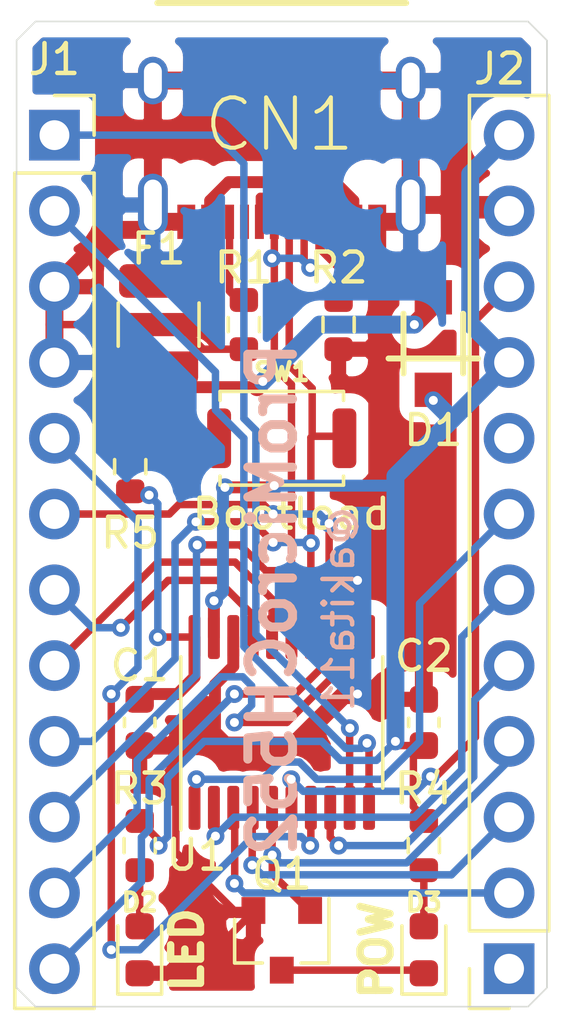
<source format=kicad_pcb>
(kicad_pcb (version 20171130) (host pcbnew "(5.1.9-0-10_14)")

  (general
    (thickness 1.6)
    (drawings 13)
    (tracks 296)
    (zones 0)
    (modules 17)
    (nets 33)
  )

  (page A4)
  (layers
    (0 F.Cu signal)
    (31 B.Cu signal)
    (32 B.Adhes user)
    (33 F.Adhes user)
    (34 B.Paste user)
    (35 F.Paste user)
    (36 B.SilkS user)
    (37 F.SilkS user)
    (38 B.Mask user)
    (39 F.Mask user)
    (44 Edge.Cuts user)
    (45 Margin user)
    (46 B.CrtYd user)
    (47 F.CrtYd user)
    (48 B.Fab user hide)
    (49 F.Fab user hide)
  )

  (setup
    (last_trace_width 0.25)
    (user_trace_width 0.4)
    (user_trace_width 0.6)
    (user_trace_width 0.8)
    (user_trace_width 1.2)
    (user_trace_width 2.54)
    (trace_clearance 0.1524)
    (zone_clearance 0.508)
    (zone_45_only no)
    (trace_min 0.2)
    (via_size 0.8)
    (via_drill 0.3)
    (via_min_size 0.6)
    (via_min_drill 0.3)
    (user_via 0.6 0.3)
    (user_via 0.9 0.6)
    (user_via 1.6 0.9)
    (uvia_size 0.3)
    (uvia_drill 0.1)
    (uvias_allowed no)
    (uvia_min_size 0.3)
    (uvia_min_drill 0.1)
    (edge_width 0.05)
    (segment_width 0.2)
    (pcb_text_width 0.3)
    (pcb_text_size 1.5 1.5)
    (mod_edge_width 0.12)
    (mod_text_size 1 1)
    (mod_text_width 0.15)
    (pad_size 1.524 1.524)
    (pad_drill 0.762)
    (pad_to_mask_clearance 0)
    (aux_axis_origin 0 0)
    (visible_elements FFFFFF7F)
    (pcbplotparams
      (layerselection 0x010fc_ffffffff)
      (usegerberextensions true)
      (usegerberattributes true)
      (usegerberadvancedattributes true)
      (creategerberjobfile true)
      (excludeedgelayer true)
      (linewidth 0.100000)
      (plotframeref false)
      (viasonmask false)
      (mode 1)
      (useauxorigin false)
      (hpglpennumber 1)
      (hpglpenspeed 20)
      (hpglpendiameter 15.000000)
      (psnegative false)
      (psa4output false)
      (plotreference true)
      (plotvalue true)
      (plotinvisibletext false)
      (padsonsilk false)
      (subtractmaskfromsilk false)
      (outputformat 1)
      (mirror false)
      (drillshape 0)
      (scaleselection 1)
      (outputdirectory ""))
  )

  (net 0 "")
  (net 1 GND)
  (net 2 +3V3)
  (net 3 +5V)
  (net 4 "Net-(CN1-PadB5)")
  (net 5 "Net-(CN1-PadA8)")
  (net 6 "Net-(CN1-PadA5)")
  (net 7 "Net-(CN1-PadB8)")
  (net 8 "Net-(CN1-PadA4)")
  (net 9 "Net-(D2-Pad2)")
  (net 10 "Net-(D3-Pad2)")
  (net 11 "Net-(D3-Pad1)")
  (net 12 /P3.5)
  (net 13 /P3.3)
  (net 14 /P3.7)
  (net 15 /P3.6)
  (net 16 /P1.3)
  (net 17 /P1.2)
  (net 18 /P3.4)
  (net 19 /P1.0)
  (net 20 /P3.0)
  (net 21 /P3.1)
  (net 22 /RST)
  (net 23 "Net-(J2-Pad8)")
  (net 24 /P3.2)
  (net 25 /P1.4)
  (net 26 /P1.1)
  (net 27 /P1.7)
  (net 28 /P1.6)
  (net 29 /P1.5)
  (net 30 "Net-(J2-Pad1)")
  (net 31 "Net-(D1-PadA)")
  (net 32 "Net-(R5-Pad2)")

  (net_class Default "This is the default net class."
    (clearance 0.1524)
    (trace_width 0.25)
    (via_dia 0.8)
    (via_drill 0.3)
    (uvia_dia 0.3)
    (uvia_drill 0.1)
    (add_net +3V3)
    (add_net +5V)
    (add_net /P1.0)
    (add_net /P1.1)
    (add_net /P1.2)
    (add_net /P1.3)
    (add_net /P1.4)
    (add_net /P1.5)
    (add_net /P1.6)
    (add_net /P1.7)
    (add_net /P3.0)
    (add_net /P3.1)
    (add_net /P3.2)
    (add_net /P3.3)
    (add_net /P3.4)
    (add_net /P3.5)
    (add_net /P3.6)
    (add_net /P3.7)
    (add_net /RST)
    (add_net GND)
    (add_net "Net-(CN1-PadA4)")
    (add_net "Net-(CN1-PadA5)")
    (add_net "Net-(CN1-PadA8)")
    (add_net "Net-(CN1-PadB5)")
    (add_net "Net-(CN1-PadB8)")
    (add_net "Net-(D1-PadA)")
    (add_net "Net-(D2-Pad2)")
    (add_net "Net-(D3-Pad1)")
    (add_net "Net-(D3-Pad2)")
    (add_net "Net-(J2-Pad1)")
    (add_net "Net-(J2-Pad8)")
    (add_net "Net-(R5-Pad2)")
  )

  (module Button_Switch_SMD:SW_Push_SPST_NO_Alps_SKRK (layer F.Cu) (tedit 5C2A8900) (tstamp 61CEF5C8)
    (at 8.89 13.97 180)
    (descr http://www.alps.com/prod/info/E/HTML/Tact/SurfaceMount/SKRK/SKRKAHE020.html)
    (tags "SMD SMT button")
    (path /61D320BF)
    (attr smd)
    (fp_text reference SW1 (at 0 2.2225) (layer F.SilkS)
      (effects (font (size 0.6 0.6) (thickness 0.15)))
    )
    (fp_text value SW_Push (at 0 2.5) (layer F.Fab)
      (effects (font (size 1 1) (thickness 0.15)))
    )
    (fp_text user %R (at 0 0) (layer F.Fab)
      (effects (font (size 1 1) (thickness 0.15)))
    )
    (fp_line (start -2.07 -1.57) (end 2.07 -1.57) (layer F.SilkS) (width 0.12))
    (fp_line (start 2.07 1.27) (end 2.07 1.57) (layer F.SilkS) (width 0.12))
    (fp_line (start 2.07 1.57) (end -2.07 1.57) (layer F.SilkS) (width 0.12))
    (fp_line (start -2.07 -1.27) (end -2.07 -1.57) (layer F.SilkS) (width 0.12))
    (fp_circle (center 0 0) (end 1 0) (layer F.Fab) (width 0.1))
    (fp_line (start -2.75 -1.7) (end 2.75 -1.7) (layer F.CrtYd) (width 0.05))
    (fp_line (start 2.75 -1.7) (end 2.75 1.7) (layer F.CrtYd) (width 0.05))
    (fp_line (start 2.75 1.7) (end -2.75 1.7) (layer F.CrtYd) (width 0.05))
    (fp_line (start -2.75 1.7) (end -2.75 -1.7) (layer F.CrtYd) (width 0.05))
    (fp_line (start 1.95 1.45) (end -1.95 1.45) (layer F.Fab) (width 0.1))
    (fp_line (start -1.95 1.45) (end -1.95 -1.45) (layer F.Fab) (width 0.1))
    (fp_line (start -1.95 -1.45) (end 1.95 -1.45) (layer F.Fab) (width 0.1))
    (fp_line (start 1.95 -1.45) (end 1.95 1.45) (layer F.Fab) (width 0.1))
    (fp_line (start -2.07 1.57) (end -2.07 1.27) (layer F.SilkS) (width 0.12))
    (fp_line (start 2.07 -1.57) (end 2.07 -1.27) (layer F.SilkS) (width 0.12))
    (pad 1 smd roundrect (at -2.1 0 180) (size 0.8 2) (layers F.Cu F.Paste F.Mask) (roundrect_rratio 0.25)
      (net 15 /P3.6))
    (pad 2 smd roundrect (at 2.1 0 180) (size 0.8 2) (layers F.Cu F.Paste F.Mask) (roundrect_rratio 0.25)
      (net 32 "Net-(R5-Pad2)"))
    (model ${KISYS3DMOD}/Button_Switch_SMD.3dshapes/SW_Push_SPST_NO_Alps_SKRK.wrl
      (at (xyz 0 0 0))
      (scale (xyz 1 1 1))
      (rotate (xyz 0 0 0))
    )
  )

  (module Resistor_SMD:R_0603_1608Metric (layer F.Cu) (tedit 5F68FEEE) (tstamp 61CEC95A)
    (at 3.81 14.9225 90)
    (descr "Resistor SMD 0603 (1608 Metric), square (rectangular) end terminal, IPC_7351 nominal, (Body size source: IPC-SM-782 page 72, https://www.pcb-3d.com/wordpress/wp-content/uploads/ipc-sm-782a_amendment_1_and_2.pdf), generated with kicad-footprint-generator")
    (tags resistor)
    (path /61D33681)
    (attr smd)
    (fp_text reference R5 (at -2.2225 0 180) (layer F.SilkS)
      (effects (font (size 1 1) (thickness 0.15)))
    )
    (fp_text value 10k (at 0 1.43 90) (layer F.Fab)
      (effects (font (size 1 1) (thickness 0.15)))
    )
    (fp_text user %R (at 0 0 90) (layer F.Fab)
      (effects (font (size 0.4 0.4) (thickness 0.06)))
    )
    (fp_line (start -0.8 0.4125) (end -0.8 -0.4125) (layer F.Fab) (width 0.1))
    (fp_line (start -0.8 -0.4125) (end 0.8 -0.4125) (layer F.Fab) (width 0.1))
    (fp_line (start 0.8 -0.4125) (end 0.8 0.4125) (layer F.Fab) (width 0.1))
    (fp_line (start 0.8 0.4125) (end -0.8 0.4125) (layer F.Fab) (width 0.1))
    (fp_line (start -0.237258 -0.5225) (end 0.237258 -0.5225) (layer F.SilkS) (width 0.12))
    (fp_line (start -0.237258 0.5225) (end 0.237258 0.5225) (layer F.SilkS) (width 0.12))
    (fp_line (start -1.48 0.73) (end -1.48 -0.73) (layer F.CrtYd) (width 0.05))
    (fp_line (start -1.48 -0.73) (end 1.48 -0.73) (layer F.CrtYd) (width 0.05))
    (fp_line (start 1.48 -0.73) (end 1.48 0.73) (layer F.CrtYd) (width 0.05))
    (fp_line (start 1.48 0.73) (end -1.48 0.73) (layer F.CrtYd) (width 0.05))
    (pad 2 smd roundrect (at 0.825 0 90) (size 0.8 0.95) (layers F.Cu F.Paste F.Mask) (roundrect_rratio 0.25)
      (net 32 "Net-(R5-Pad2)"))
    (pad 1 smd roundrect (at -0.825 0 90) (size 0.8 0.95) (layers F.Cu F.Paste F.Mask) (roundrect_rratio 0.25)
      (net 2 +3V3))
    (model ${KISYS3DMOD}/Resistor_SMD.3dshapes/R_0603_1608Metric.wrl
      (at (xyz 0 0 0))
      (scale (xyz 1 1 1))
      (rotate (xyz 0 0 0))
    )
  )

  (module akita:D_SOD123FL (layer F.Cu) (tedit 61A9C045) (tstamp 61CEC703)
    (at 13.97 10.795 270)
    (descr "SMD Diode, SOD-123FL, 3x1.65mm")
    (path /61D2FB8B)
    (attr smd)
    (fp_text reference D1 (at 3.4925 0 180) (layer F.SilkS)
      (effects (font (size 1 1) (thickness 0.15)) (justify bottom))
    )
    (fp_text value DIODE (at 0 2.5 90) (layer F.Fab)
      (effects (font (size 0.9652 0.9652) (thickness 0.077216)) (justify right bottom))
    )
    (fp_line (start 0.5 1) (end 0.5 1.5) (layer F.SilkS) (width 0.2))
    (fp_line (start 0.5 -1.5) (end 0.5 -1) (layer F.SilkS) (width 0.2))
    (fp_line (start 0.5 -1) (end 0.5 1) (layer F.SilkS) (width 0.2))
    (fp_line (start 0.5 1) (end -1 1) (layer F.SilkS) (width 0.2))
    (fp_line (start 1 1) (end 0.5 1) (layer F.SilkS) (width 0.2))
    (fp_line (start 0.5 -1) (end 1 -1) (layer F.SilkS) (width 0.2))
    (fp_line (start -1 -1) (end 0.5 -1) (layer F.SilkS) (width 0.2))
    (pad K smd rect (at 1.55 0 270) (size 1.15 1.25) (layers F.Cu F.Paste F.Mask)
      (net 3 +5V) (solder_mask_margin 0.1016))
    (pad A smd rect (at -1.55 0 270) (size 1.15 1.25) (layers F.Cu F.Paste F.Mask)
      (net 31 "Net-(D1-PadA)") (solder_mask_margin 0.1016))
  )

  (module Package_SO:TSSOP-20_4.4x6.5mm_P0.65mm (layer F.Cu) (tedit 5E476F32) (tstamp 61CE977B)
    (at 8.89 23.495 90)
    (descr "TSSOP, 20 Pin (JEDEC MO-153 Var AC https://www.jedec.org/document_search?search_api_views_fulltext=MO-153), generated with kicad-footprint-generator ipc_gullwing_generator.py")
    (tags "TSSOP SO")
    (path /61CE4B08)
    (attr smd)
    (fp_text reference U1 (at -4.445 -2.8575 180) (layer F.SilkS)
      (effects (font (size 1 1) (thickness 0.15)))
    )
    (fp_text value MCU_CH552T (at 0 4.2 90) (layer F.Fab)
      (effects (font (size 1 1) (thickness 0.15)))
    )
    (fp_text user %R (at 0 0 90) (layer F.Fab)
      (effects (font (size 1 1) (thickness 0.15)))
    )
    (fp_line (start 0 3.385) (end 2.2 3.385) (layer F.SilkS) (width 0.12))
    (fp_line (start 0 3.385) (end -2.2 3.385) (layer F.SilkS) (width 0.12))
    (fp_line (start 0 -3.385) (end 2.2 -3.385) (layer F.SilkS) (width 0.12))
    (fp_line (start 0 -3.385) (end -3.6 -3.385) (layer F.SilkS) (width 0.12))
    (fp_line (start -1.2 -3.25) (end 2.2 -3.25) (layer F.Fab) (width 0.1))
    (fp_line (start 2.2 -3.25) (end 2.2 3.25) (layer F.Fab) (width 0.1))
    (fp_line (start 2.2 3.25) (end -2.2 3.25) (layer F.Fab) (width 0.1))
    (fp_line (start -2.2 3.25) (end -2.2 -2.25) (layer F.Fab) (width 0.1))
    (fp_line (start -2.2 -2.25) (end -1.2 -3.25) (layer F.Fab) (width 0.1))
    (fp_line (start -3.85 -3.5) (end -3.85 3.5) (layer F.CrtYd) (width 0.05))
    (fp_line (start -3.85 3.5) (end 3.85 3.5) (layer F.CrtYd) (width 0.05))
    (fp_line (start 3.85 3.5) (end 3.85 -3.5) (layer F.CrtYd) (width 0.05))
    (fp_line (start 3.85 -3.5) (end -3.85 -3.5) (layer F.CrtYd) (width 0.05))
    (pad 20 smd roundrect (at 2.8625 -2.925 90) (size 1.475 0.4) (layers F.Cu F.Paste F.Mask) (roundrect_rratio 0.25)
      (net 2 +3V3))
    (pad 19 smd roundrect (at 2.8625 -2.275 90) (size 1.475 0.4) (layers F.Cu F.Paste F.Mask) (roundrect_rratio 0.25)
      (net 3 +5V))
    (pad 18 smd roundrect (at 2.8625 -1.625 90) (size 1.475 0.4) (layers F.Cu F.Paste F.Mask) (roundrect_rratio 0.25)
      (net 1 GND))
    (pad 17 smd roundrect (at 2.8625 -0.975 90) (size 1.475 0.4) (layers F.Cu F.Paste F.Mask) (roundrect_rratio 0.25)
      (net 17 /P1.2))
    (pad 16 smd roundrect (at 2.8625 -0.325 90) (size 1.475 0.4) (layers F.Cu F.Paste F.Mask) (roundrect_rratio 0.25)
      (net 16 /P1.3))
    (pad 15 smd roundrect (at 2.8625 0.325 90) (size 1.475 0.4) (layers F.Cu F.Paste F.Mask) (roundrect_rratio 0.25)
      (net 14 /P3.7))
    (pad 14 smd roundrect (at 2.8625 0.975 90) (size 1.475 0.4) (layers F.Cu F.Paste F.Mask) (roundrect_rratio 0.25)
      (net 15 /P3.6))
    (pad 13 smd roundrect (at 2.8625 1.625 90) (size 1.475 0.4) (layers F.Cu F.Paste F.Mask) (roundrect_rratio 0.25)
      (net 12 /P3.5))
    (pad 12 smd roundrect (at 2.8625 2.275 90) (size 1.475 0.4) (layers F.Cu F.Paste F.Mask) (roundrect_rratio 0.25)
      (net 18 /P3.4))
    (pad 11 smd roundrect (at 2.8625 2.925 90) (size 1.475 0.4) (layers F.Cu F.Paste F.Mask) (roundrect_rratio 0.25)
      (net 13 /P3.3))
    (pad 10 smd roundrect (at -2.8625 2.925 90) (size 1.475 0.4) (layers F.Cu F.Paste F.Mask) (roundrect_rratio 0.25)
      (net 20 /P3.0))
    (pad 9 smd roundrect (at -2.8625 2.275 90) (size 1.475 0.4) (layers F.Cu F.Paste F.Mask) (roundrect_rratio 0.25)
      (net 21 /P3.1))
    (pad 8 smd roundrect (at -2.8625 1.625 90) (size 1.475 0.4) (layers F.Cu F.Paste F.Mask) (roundrect_rratio 0.25)
      (net 26 /P1.1))
    (pad 7 smd roundrect (at -2.8625 0.975 90) (size 1.475 0.4) (layers F.Cu F.Paste F.Mask) (roundrect_rratio 0.25)
      (net 19 /P1.0))
    (pad 6 smd roundrect (at -2.8625 0.325 90) (size 1.475 0.4) (layers F.Cu F.Paste F.Mask) (roundrect_rratio 0.25)
      (net 22 /RST))
    (pad 5 smd roundrect (at -2.8625 -0.325 90) (size 1.475 0.4) (layers F.Cu F.Paste F.Mask) (roundrect_rratio 0.25)
      (net 27 /P1.7))
    (pad 4 smd roundrect (at -2.8625 -0.975 90) (size 1.475 0.4) (layers F.Cu F.Paste F.Mask) (roundrect_rratio 0.25)
      (net 28 /P1.6))
    (pad 3 smd roundrect (at -2.8625 -1.625 90) (size 1.475 0.4) (layers F.Cu F.Paste F.Mask) (roundrect_rratio 0.25)
      (net 29 /P1.5))
    (pad 2 smd roundrect (at -2.8625 -2.275 90) (size 1.475 0.4) (layers F.Cu F.Paste F.Mask) (roundrect_rratio 0.25)
      (net 25 /P1.4))
    (pad 1 smd roundrect (at -2.8625 -2.925 90) (size 1.475 0.4) (layers F.Cu F.Paste F.Mask) (roundrect_rratio 0.25)
      (net 24 /P3.2))
    (model ${KISYS3DMOD}/Package_SO.3dshapes/TSSOP-20_4.4x6.5mm_P0.65mm.wrl
      (at (xyz 0 0 0))
      (scale (xyz 1 1 1))
      (rotate (xyz 0 0 0))
    )
  )

  (module Resistor_SMD:R_0603_1608Metric (layer F.Cu) (tedit 5F68FEEE) (tstamp 61CE938D)
    (at 13.6525 27.6225 270)
    (descr "Resistor SMD 0603 (1608 Metric), square (rectangular) end terminal, IPC_7351 nominal, (Body size source: IPC-SM-782 page 72, https://www.pcb-3d.com/wordpress/wp-content/uploads/ipc-sm-782a_amendment_1_and_2.pdf), generated with kicad-footprint-generator")
    (tags resistor)
    (path /61D1E5E0)
    (attr smd)
    (fp_text reference R4 (at -1.905 0 180) (layer F.SilkS)
      (effects (font (size 1 1) (thickness 0.15)))
    )
    (fp_text value 1k (at 0 1.43 90) (layer F.Fab)
      (effects (font (size 1 1) (thickness 0.15)))
    )
    (fp_text user %R (at 0 0 90) (layer F.Fab)
      (effects (font (size 0.4 0.4) (thickness 0.06)))
    )
    (fp_line (start -0.8 0.4125) (end -0.8 -0.4125) (layer F.Fab) (width 0.1))
    (fp_line (start -0.8 -0.4125) (end 0.8 -0.4125) (layer F.Fab) (width 0.1))
    (fp_line (start 0.8 -0.4125) (end 0.8 0.4125) (layer F.Fab) (width 0.1))
    (fp_line (start 0.8 0.4125) (end -0.8 0.4125) (layer F.Fab) (width 0.1))
    (fp_line (start -0.237258 -0.5225) (end 0.237258 -0.5225) (layer F.SilkS) (width 0.12))
    (fp_line (start -0.237258 0.5225) (end 0.237258 0.5225) (layer F.SilkS) (width 0.12))
    (fp_line (start -1.48 0.73) (end -1.48 -0.73) (layer F.CrtYd) (width 0.05))
    (fp_line (start -1.48 -0.73) (end 1.48 -0.73) (layer F.CrtYd) (width 0.05))
    (fp_line (start 1.48 -0.73) (end 1.48 0.73) (layer F.CrtYd) (width 0.05))
    (fp_line (start 1.48 0.73) (end -1.48 0.73) (layer F.CrtYd) (width 0.05))
    (pad 2 smd roundrect (at 0.825 0 270) (size 0.8 0.95) (layers F.Cu F.Paste F.Mask) (roundrect_rratio 0.25)
      (net 10 "Net-(D3-Pad2)"))
    (pad 1 smd roundrect (at -0.825 0 270) (size 0.8 0.95) (layers F.Cu F.Paste F.Mask) (roundrect_rratio 0.25)
      (net 3 +5V))
    (model ${KISYS3DMOD}/Resistor_SMD.3dshapes/R_0603_1608Metric.wrl
      (at (xyz 0 0 0))
      (scale (xyz 1 1 1))
      (rotate (xyz 0 0 0))
    )
  )

  (module Resistor_SMD:R_0603_1608Metric (layer F.Cu) (tedit 5F68FEEE) (tstamp 61CE937C)
    (at 4.1275 27.6225 90)
    (descr "Resistor SMD 0603 (1608 Metric), square (rectangular) end terminal, IPC_7351 nominal, (Body size source: IPC-SM-782 page 72, https://www.pcb-3d.com/wordpress/wp-content/uploads/ipc-sm-782a_amendment_1_and_2.pdf), generated with kicad-footprint-generator")
    (tags resistor)
    (path /61D195F0)
    (attr smd)
    (fp_text reference R3 (at 1.905 0 180) (layer F.SilkS)
      (effects (font (size 1 1) (thickness 0.15)))
    )
    (fp_text value 1k (at 0 1.43 90) (layer F.Fab)
      (effects (font (size 1 1) (thickness 0.15)))
    )
    (fp_text user %R (at 0 0 90) (layer F.Fab)
      (effects (font (size 0.4 0.4) (thickness 0.06)))
    )
    (fp_line (start -0.8 0.4125) (end -0.8 -0.4125) (layer F.Fab) (width 0.1))
    (fp_line (start -0.8 -0.4125) (end 0.8 -0.4125) (layer F.Fab) (width 0.1))
    (fp_line (start 0.8 -0.4125) (end 0.8 0.4125) (layer F.Fab) (width 0.1))
    (fp_line (start 0.8 0.4125) (end -0.8 0.4125) (layer F.Fab) (width 0.1))
    (fp_line (start -0.237258 -0.5225) (end 0.237258 -0.5225) (layer F.SilkS) (width 0.12))
    (fp_line (start -0.237258 0.5225) (end 0.237258 0.5225) (layer F.SilkS) (width 0.12))
    (fp_line (start -1.48 0.73) (end -1.48 -0.73) (layer F.CrtYd) (width 0.05))
    (fp_line (start -1.48 -0.73) (end 1.48 -0.73) (layer F.CrtYd) (width 0.05))
    (fp_line (start 1.48 -0.73) (end 1.48 0.73) (layer F.CrtYd) (width 0.05))
    (fp_line (start 1.48 0.73) (end -1.48 0.73) (layer F.CrtYd) (width 0.05))
    (pad 2 smd roundrect (at 0.825 0 90) (size 0.8 0.95) (layers F.Cu F.Paste F.Mask) (roundrect_rratio 0.25)
      (net 3 +5V))
    (pad 1 smd roundrect (at -0.825 0 90) (size 0.8 0.95) (layers F.Cu F.Paste F.Mask) (roundrect_rratio 0.25)
      (net 9 "Net-(D2-Pad2)"))
    (model ${KISYS3DMOD}/Resistor_SMD.3dshapes/R_0603_1608Metric.wrl
      (at (xyz 0 0 0))
      (scale (xyz 1 1 1))
      (rotate (xyz 0 0 0))
    )
  )

  (module Resistor_SMD:R_0603_1608Metric (layer F.Cu) (tedit 5F68FEEE) (tstamp 61CEC554)
    (at 10.795 10.16 270)
    (descr "Resistor SMD 0603 (1608 Metric), square (rectangular) end terminal, IPC_7351 nominal, (Body size source: IPC-SM-782 page 72, https://www.pcb-3d.com/wordpress/wp-content/uploads/ipc-sm-782a_amendment_1_and_2.pdf), generated with kicad-footprint-generator")
    (tags resistor)
    (path /61CEBC7E)
    (attr smd)
    (fp_text reference R2 (at -1.905 0 180) (layer F.SilkS)
      (effects (font (size 1 1) (thickness 0.15)))
    )
    (fp_text value 5.1k (at 0 1.43 90) (layer F.Fab)
      (effects (font (size 1 1) (thickness 0.15)))
    )
    (fp_text user %R (at 0 0 90) (layer F.Fab)
      (effects (font (size 0.4 0.4) (thickness 0.06)))
    )
    (fp_line (start -0.8 0.4125) (end -0.8 -0.4125) (layer F.Fab) (width 0.1))
    (fp_line (start -0.8 -0.4125) (end 0.8 -0.4125) (layer F.Fab) (width 0.1))
    (fp_line (start 0.8 -0.4125) (end 0.8 0.4125) (layer F.Fab) (width 0.1))
    (fp_line (start 0.8 0.4125) (end -0.8 0.4125) (layer F.Fab) (width 0.1))
    (fp_line (start -0.237258 -0.5225) (end 0.237258 -0.5225) (layer F.SilkS) (width 0.12))
    (fp_line (start -0.237258 0.5225) (end 0.237258 0.5225) (layer F.SilkS) (width 0.12))
    (fp_line (start -1.48 0.73) (end -1.48 -0.73) (layer F.CrtYd) (width 0.05))
    (fp_line (start -1.48 -0.73) (end 1.48 -0.73) (layer F.CrtYd) (width 0.05))
    (fp_line (start 1.48 -0.73) (end 1.48 0.73) (layer F.CrtYd) (width 0.05))
    (fp_line (start 1.48 0.73) (end -1.48 0.73) (layer F.CrtYd) (width 0.05))
    (pad 2 smd roundrect (at 0.825 0 270) (size 0.8 0.95) (layers F.Cu F.Paste F.Mask) (roundrect_rratio 0.25)
      (net 1 GND))
    (pad 1 smd roundrect (at -0.825 0 270) (size 0.8 0.95) (layers F.Cu F.Paste F.Mask) (roundrect_rratio 0.25)
      (net 6 "Net-(CN1-PadA5)"))
    (model ${KISYS3DMOD}/Resistor_SMD.3dshapes/R_0603_1608Metric.wrl
      (at (xyz 0 0 0))
      (scale (xyz 1 1 1))
      (rotate (xyz 0 0 0))
    )
  )

  (module Resistor_SMD:R_0603_1608Metric (layer F.Cu) (tedit 5F68FEEE) (tstamp 61CE935A)
    (at 7.62 10.16 270)
    (descr "Resistor SMD 0603 (1608 Metric), square (rectangular) end terminal, IPC_7351 nominal, (Body size source: IPC-SM-782 page 72, https://www.pcb-3d.com/wordpress/wp-content/uploads/ipc-sm-782a_amendment_1_and_2.pdf), generated with kicad-footprint-generator")
    (tags resistor)
    (path /61CE8917)
    (attr smd)
    (fp_text reference R1 (at -1.905 0 180) (layer F.SilkS)
      (effects (font (size 1 1) (thickness 0.15)))
    )
    (fp_text value 5.1k (at 0 1.43 90) (layer F.Fab)
      (effects (font (size 1 1) (thickness 0.15)))
    )
    (fp_text user %R (at 0 0 90) (layer F.Fab)
      (effects (font (size 0.4 0.4) (thickness 0.06)))
    )
    (fp_line (start -0.8 0.4125) (end -0.8 -0.4125) (layer F.Fab) (width 0.1))
    (fp_line (start -0.8 -0.4125) (end 0.8 -0.4125) (layer F.Fab) (width 0.1))
    (fp_line (start 0.8 -0.4125) (end 0.8 0.4125) (layer F.Fab) (width 0.1))
    (fp_line (start 0.8 0.4125) (end -0.8 0.4125) (layer F.Fab) (width 0.1))
    (fp_line (start -0.237258 -0.5225) (end 0.237258 -0.5225) (layer F.SilkS) (width 0.12))
    (fp_line (start -0.237258 0.5225) (end 0.237258 0.5225) (layer F.SilkS) (width 0.12))
    (fp_line (start -1.48 0.73) (end -1.48 -0.73) (layer F.CrtYd) (width 0.05))
    (fp_line (start -1.48 -0.73) (end 1.48 -0.73) (layer F.CrtYd) (width 0.05))
    (fp_line (start 1.48 -0.73) (end 1.48 0.73) (layer F.CrtYd) (width 0.05))
    (fp_line (start 1.48 0.73) (end -1.48 0.73) (layer F.CrtYd) (width 0.05))
    (pad 2 smd roundrect (at 0.825 0 270) (size 0.8 0.95) (layers F.Cu F.Paste F.Mask) (roundrect_rratio 0.25)
      (net 1 GND))
    (pad 1 smd roundrect (at -0.825 0 270) (size 0.8 0.95) (layers F.Cu F.Paste F.Mask) (roundrect_rratio 0.25)
      (net 4 "Net-(CN1-PadB5)"))
    (model ${KISYS3DMOD}/Resistor_SMD.3dshapes/R_0603_1608Metric.wrl
      (at (xyz 0 0 0))
      (scale (xyz 1 1 1))
      (rotate (xyz 0 0 0))
    )
  )

  (module Package_TO_SOT_SMD:SOT-23 (layer F.Cu) (tedit 5A02FF57) (tstamp 61CE9349)
    (at 8.89 30.7975 270)
    (descr "SOT-23, Standard")
    (tags SOT-23)
    (path /61D1CB17)
    (attr smd)
    (fp_text reference Q1 (at -2.2225 0 180) (layer F.SilkS)
      (effects (font (size 1 1) (thickness 0.15)))
    )
    (fp_text value TR_NMOS_IRLML6344 (at 0 2.5 90) (layer F.Fab)
      (effects (font (size 1 1) (thickness 0.15)))
    )
    (fp_text user %R (at 0 0) (layer F.Fab)
      (effects (font (size 0.5 0.5) (thickness 0.075)))
    )
    (fp_line (start -0.7 -0.95) (end -0.7 1.5) (layer F.Fab) (width 0.1))
    (fp_line (start -0.15 -1.52) (end 0.7 -1.52) (layer F.Fab) (width 0.1))
    (fp_line (start -0.7 -0.95) (end -0.15 -1.52) (layer F.Fab) (width 0.1))
    (fp_line (start 0.7 -1.52) (end 0.7 1.52) (layer F.Fab) (width 0.1))
    (fp_line (start -0.7 1.52) (end 0.7 1.52) (layer F.Fab) (width 0.1))
    (fp_line (start 0.76 1.58) (end 0.76 0.65) (layer F.SilkS) (width 0.12))
    (fp_line (start 0.76 -1.58) (end 0.76 -0.65) (layer F.SilkS) (width 0.12))
    (fp_line (start -1.7 -1.75) (end 1.7 -1.75) (layer F.CrtYd) (width 0.05))
    (fp_line (start 1.7 -1.75) (end 1.7 1.75) (layer F.CrtYd) (width 0.05))
    (fp_line (start 1.7 1.75) (end -1.7 1.75) (layer F.CrtYd) (width 0.05))
    (fp_line (start -1.7 1.75) (end -1.7 -1.75) (layer F.CrtYd) (width 0.05))
    (fp_line (start 0.76 -1.58) (end -1.4 -1.58) (layer F.SilkS) (width 0.12))
    (fp_line (start 0.76 1.58) (end -0.7 1.58) (layer F.SilkS) (width 0.12))
    (pad 3 smd rect (at 1 0 270) (size 0.9 0.8) (layers F.Cu F.Paste F.Mask)
      (net 11 "Net-(D3-Pad1)"))
    (pad 2 smd rect (at -1 0.95 270) (size 0.9 0.8) (layers F.Cu F.Paste F.Mask)
      (net 1 GND))
    (pad 1 smd rect (at -1 -0.95 270) (size 0.9 0.8) (layers F.Cu F.Paste F.Mask)
      (net 27 /P1.7))
    (model ${KISYS3DMOD}/Package_TO_SOT_SMD.3dshapes/SOT-23.wrl
      (at (xyz 0 0 0))
      (scale (xyz 1 1 1))
      (rotate (xyz 0 0 0))
    )
  )

  (module Connector_PinSocket_2.54mm:PinSocket_1x12_P2.54mm_Vertical (layer F.Cu) (tedit 5A19A41D) (tstamp 61CE957F)
    (at 16.51 31.75 180)
    (descr "Through hole straight socket strip, 1x12, 2.54mm pitch, single row (from Kicad 4.0.7), script generated")
    (tags "Through hole socket strip THT 1x12 2.54mm single row")
    (path /61CF9DDB)
    (fp_text reference J2 (at 0.3175 30.1625) (layer F.SilkS)
      (effects (font (size 1 1) (thickness 0.15)))
    )
    (fp_text value Conn_01x12 (at 0 30.71) (layer F.Fab)
      (effects (font (size 1 1) (thickness 0.15)))
    )
    (fp_text user %R (at 0 13.97 90) (layer F.Fab)
      (effects (font (size 1 1) (thickness 0.15)))
    )
    (fp_line (start -1.27 -1.27) (end 0.635 -1.27) (layer F.Fab) (width 0.1))
    (fp_line (start 0.635 -1.27) (end 1.27 -0.635) (layer F.Fab) (width 0.1))
    (fp_line (start 1.27 -0.635) (end 1.27 29.21) (layer F.Fab) (width 0.1))
    (fp_line (start 1.27 29.21) (end -1.27 29.21) (layer F.Fab) (width 0.1))
    (fp_line (start -1.27 29.21) (end -1.27 -1.27) (layer F.Fab) (width 0.1))
    (fp_line (start -1.33 1.27) (end 1.33 1.27) (layer F.SilkS) (width 0.12))
    (fp_line (start -1.33 1.27) (end -1.33 29.27) (layer F.SilkS) (width 0.12))
    (fp_line (start -1.33 29.27) (end 1.33 29.27) (layer F.SilkS) (width 0.12))
    (fp_line (start 1.33 1.27) (end 1.33 29.27) (layer F.SilkS) (width 0.12))
    (fp_line (start 1.33 -1.33) (end 1.33 0) (layer F.SilkS) (width 0.12))
    (fp_line (start 0 -1.33) (end 1.33 -1.33) (layer F.SilkS) (width 0.12))
    (fp_line (start -1.8 -1.8) (end 1.75 -1.8) (layer F.CrtYd) (width 0.05))
    (fp_line (start 1.75 -1.8) (end 1.75 29.7) (layer F.CrtYd) (width 0.05))
    (fp_line (start 1.75 29.7) (end -1.8 29.7) (layer F.CrtYd) (width 0.05))
    (fp_line (start -1.8 29.7) (end -1.8 -1.8) (layer F.CrtYd) (width 0.05))
    (pad 12 thru_hole oval (at 0 27.94 180) (size 1.7 1.7) (drill 1) (layers *.Cu *.Mask)
      (net 3 +5V))
    (pad 11 thru_hole oval (at 0 25.4 180) (size 1.7 1.7) (drill 1) (layers *.Cu *.Mask)
      (net 1 GND))
    (pad 10 thru_hole oval (at 0 22.86 180) (size 1.7 1.7) (drill 1) (layers *.Cu *.Mask)
      (net 22 /RST))
    (pad 9 thru_hole oval (at 0 20.32 180) (size 1.7 1.7) (drill 1) (layers *.Cu *.Mask)
      (net 3 +5V))
    (pad 8 thru_hole oval (at 0 17.78 180) (size 1.7 1.7) (drill 1) (layers *.Cu *.Mask)
      (net 23 "Net-(J2-Pad8)"))
    (pad 7 thru_hole oval (at 0 15.24 180) (size 1.7 1.7) (drill 1) (layers *.Cu *.Mask)
      (net 24 /P3.2))
    (pad 6 thru_hole oval (at 0 12.7 180) (size 1.7 1.7) (drill 1) (layers *.Cu *.Mask)
      (net 25 /P1.4))
    (pad 5 thru_hole oval (at 0 10.16 180) (size 1.7 1.7) (drill 1) (layers *.Cu *.Mask)
      (net 26 /P1.1))
    (pad 4 thru_hole oval (at 0 7.62 180) (size 1.7 1.7) (drill 1) (layers *.Cu *.Mask)
      (net 27 /P1.7))
    (pad 3 thru_hole oval (at 0 5.08 180) (size 1.7 1.7) (drill 1) (layers *.Cu *.Mask)
      (net 28 /P1.6))
    (pad 2 thru_hole oval (at 0 2.54 180) (size 1.7 1.7) (drill 1) (layers *.Cu *.Mask)
      (net 29 /P1.5))
    (pad 1 thru_hole rect (at 0 0 180) (size 1.7 1.7) (drill 1) (layers *.Cu *.Mask)
      (net 30 "Net-(J2-Pad1)"))
    (model ${KISYS3DMOD}/Connector_PinSocket_2.54mm.3dshapes/PinSocket_1x12_P2.54mm_Vertical.wrl
      (at (xyz 0 0 0))
      (scale (xyz 1 1 1))
      (rotate (xyz 0 0 0))
    )
  )

  (module Connector_PinSocket_2.54mm:PinSocket_1x12_P2.54mm_Vertical (layer F.Cu) (tedit 5A19A41D) (tstamp 61CE9314)
    (at 1.27 3.81)
    (descr "Through hole straight socket strip, 1x12, 2.54mm pitch, single row (from Kicad 4.0.7), script generated")
    (tags "Through hole socket strip THT 1x12 2.54mm single row")
    (path /61CF7AA0)
    (fp_text reference J1 (at 0 -2.54) (layer F.SilkS)
      (effects (font (size 1 1) (thickness 0.15)))
    )
    (fp_text value Conn_01x12 (at 0 30.71) (layer F.Fab)
      (effects (font (size 1 1) (thickness 0.15)))
    )
    (fp_text user %R (at 0 13.97 90) (layer F.Fab)
      (effects (font (size 1 1) (thickness 0.15)))
    )
    (fp_line (start -1.27 -1.27) (end 0.635 -1.27) (layer F.Fab) (width 0.1))
    (fp_line (start 0.635 -1.27) (end 1.27 -0.635) (layer F.Fab) (width 0.1))
    (fp_line (start 1.27 -0.635) (end 1.27 29.21) (layer F.Fab) (width 0.1))
    (fp_line (start 1.27 29.21) (end -1.27 29.21) (layer F.Fab) (width 0.1))
    (fp_line (start -1.27 29.21) (end -1.27 -1.27) (layer F.Fab) (width 0.1))
    (fp_line (start -1.33 1.27) (end 1.33 1.27) (layer F.SilkS) (width 0.12))
    (fp_line (start -1.33 1.27) (end -1.33 29.27) (layer F.SilkS) (width 0.12))
    (fp_line (start -1.33 29.27) (end 1.33 29.27) (layer F.SilkS) (width 0.12))
    (fp_line (start 1.33 1.27) (end 1.33 29.27) (layer F.SilkS) (width 0.12))
    (fp_line (start 1.33 -1.33) (end 1.33 0) (layer F.SilkS) (width 0.12))
    (fp_line (start 0 -1.33) (end 1.33 -1.33) (layer F.SilkS) (width 0.12))
    (fp_line (start -1.8 -1.8) (end 1.75 -1.8) (layer F.CrtYd) (width 0.05))
    (fp_line (start 1.75 -1.8) (end 1.75 29.7) (layer F.CrtYd) (width 0.05))
    (fp_line (start 1.75 29.7) (end -1.8 29.7) (layer F.CrtYd) (width 0.05))
    (fp_line (start -1.8 29.7) (end -1.8 -1.8) (layer F.CrtYd) (width 0.05))
    (pad 12 thru_hole oval (at 0 27.94) (size 1.7 1.7) (drill 1) (layers *.Cu *.Mask)
      (net 12 /P3.5))
    (pad 11 thru_hole oval (at 0 25.4) (size 1.7 1.7) (drill 1) (layers *.Cu *.Mask)
      (net 13 /P3.3))
    (pad 10 thru_hole oval (at 0 22.86) (size 1.7 1.7) (drill 1) (layers *.Cu *.Mask)
      (net 14 /P3.7))
    (pad 9 thru_hole oval (at 0 20.32) (size 1.7 1.7) (drill 1) (layers *.Cu *.Mask)
      (net 15 /P3.6))
    (pad 8 thru_hole oval (at 0 17.78) (size 1.7 1.7) (drill 1) (layers *.Cu *.Mask)
      (net 16 /P1.3))
    (pad 7 thru_hole oval (at 0 15.24) (size 1.7 1.7) (drill 1) (layers *.Cu *.Mask)
      (net 17 /P1.2))
    (pad 6 thru_hole oval (at 0 12.7) (size 1.7 1.7) (drill 1) (layers *.Cu *.Mask)
      (net 18 /P3.4))
    (pad 5 thru_hole oval (at 0 10.16) (size 1.7 1.7) (drill 1) (layers *.Cu *.Mask)
      (net 19 /P1.0))
    (pad 4 thru_hole oval (at 0 7.62) (size 1.7 1.7) (drill 1) (layers *.Cu *.Mask)
      (net 1 GND))
    (pad 3 thru_hole oval (at 0 5.08) (size 1.7 1.7) (drill 1) (layers *.Cu *.Mask)
      (net 1 GND))
    (pad 2 thru_hole oval (at 0 2.54) (size 1.7 1.7) (drill 1) (layers *.Cu *.Mask)
      (net 20 /P3.0))
    (pad 1 thru_hole rect (at 0 0) (size 1.7 1.7) (drill 1) (layers *.Cu *.Mask)
      (net 21 /P3.1))
    (model ${KISYS3DMOD}/Connector_PinSocket_2.54mm.3dshapes/PinSocket_1x12_P2.54mm_Vertical.wrl
      (at (xyz 0 0 0))
      (scale (xyz 1 1 1))
      (rotate (xyz 0 0 0))
    )
  )

  (module Resistor_SMD:R_1210_3225Metric (layer F.Cu) (tedit 5F68FEEE) (tstamp 61CEF653)
    (at 4.7625 10.16 90)
    (descr "Resistor SMD 1210 (3225 Metric), square (rectangular) end terminal, IPC_7351 nominal, (Body size source: IPC-SM-782 page 72, https://www.pcb-3d.com/wordpress/wp-content/uploads/ipc-sm-782a_amendment_1_and_2.pdf), generated with kicad-footprint-generator")
    (tags resistor)
    (path /61CEE86A)
    (attr smd)
    (fp_text reference F1 (at 2.54 0 180) (layer F.SilkS)
      (effects (font (size 1 1) (thickness 0.15)))
    )
    (fp_text value Polyfuse (at 0 2.28 90) (layer F.Fab)
      (effects (font (size 1 1) (thickness 0.15)))
    )
    (fp_text user %R (at 0 0 90) (layer F.Fab)
      (effects (font (size 0.8 0.8) (thickness 0.12)))
    )
    (fp_line (start -1.6 1.245) (end -1.6 -1.245) (layer F.Fab) (width 0.1))
    (fp_line (start -1.6 -1.245) (end 1.6 -1.245) (layer F.Fab) (width 0.1))
    (fp_line (start 1.6 -1.245) (end 1.6 1.245) (layer F.Fab) (width 0.1))
    (fp_line (start 1.6 1.245) (end -1.6 1.245) (layer F.Fab) (width 0.1))
    (fp_line (start -0.723737 -1.355) (end 0.723737 -1.355) (layer F.SilkS) (width 0.12))
    (fp_line (start -0.723737 1.355) (end 0.723737 1.355) (layer F.SilkS) (width 0.12))
    (fp_line (start -2.28 1.58) (end -2.28 -1.58) (layer F.CrtYd) (width 0.05))
    (fp_line (start -2.28 -1.58) (end 2.28 -1.58) (layer F.CrtYd) (width 0.05))
    (fp_line (start 2.28 -1.58) (end 2.28 1.58) (layer F.CrtYd) (width 0.05))
    (fp_line (start 2.28 1.58) (end -2.28 1.58) (layer F.CrtYd) (width 0.05))
    (pad 2 smd roundrect (at 1.4625 0 90) (size 1.125 2.65) (layers F.Cu F.Paste F.Mask) (roundrect_rratio 0.2222213333333333)
      (net 8 "Net-(CN1-PadA4)"))
    (pad 1 smd roundrect (at -1.4625 0 90) (size 1.125 2.65) (layers F.Cu F.Paste F.Mask) (roundrect_rratio 0.2222213333333333)
      (net 31 "Net-(D1-PadA)"))
    (model ${KISYS3DMOD}/Resistor_SMD.3dshapes/R_1210_3225Metric.wrl
      (at (xyz 0 0 0))
      (scale (xyz 1 1 1))
      (rotate (xyz 0 0 0))
    )
  )

  (module LED_SMD:LED_0603_1608Metric (layer F.Cu) (tedit 5F68FEF1) (tstamp 61CE92E3)
    (at 13.6525 31.115 90)
    (descr "LED SMD 0603 (1608 Metric), square (rectangular) end terminal, IPC_7351 nominal, (Body size source: http://www.tortai-tech.com/upload/download/2011102023233369053.pdf), generated with kicad-footprint-generator")
    (tags LED)
    (path /61D1D5A7)
    (attr smd)
    (fp_text reference D3 (at 1.5875 0 180) (layer F.SilkS)
      (effects (font (size 0.6 0.6) (thickness 0.15)))
    )
    (fp_text value LED (at 0 1.43 90) (layer F.Fab)
      (effects (font (size 1 1) (thickness 0.15)))
    )
    (fp_text user %R (at 0 0 90) (layer F.Fab)
      (effects (font (size 0.4 0.4) (thickness 0.06)))
    )
    (fp_line (start 0.8 -0.4) (end -0.5 -0.4) (layer F.Fab) (width 0.1))
    (fp_line (start -0.5 -0.4) (end -0.8 -0.1) (layer F.Fab) (width 0.1))
    (fp_line (start -0.8 -0.1) (end -0.8 0.4) (layer F.Fab) (width 0.1))
    (fp_line (start -0.8 0.4) (end 0.8 0.4) (layer F.Fab) (width 0.1))
    (fp_line (start 0.8 0.4) (end 0.8 -0.4) (layer F.Fab) (width 0.1))
    (fp_line (start 0.8 -0.735) (end -1.485 -0.735) (layer F.SilkS) (width 0.12))
    (fp_line (start -1.485 -0.735) (end -1.485 0.735) (layer F.SilkS) (width 0.12))
    (fp_line (start -1.485 0.735) (end 0.8 0.735) (layer F.SilkS) (width 0.12))
    (fp_line (start -1.48 0.73) (end -1.48 -0.73) (layer F.CrtYd) (width 0.05))
    (fp_line (start -1.48 -0.73) (end 1.48 -0.73) (layer F.CrtYd) (width 0.05))
    (fp_line (start 1.48 -0.73) (end 1.48 0.73) (layer F.CrtYd) (width 0.05))
    (fp_line (start 1.48 0.73) (end -1.48 0.73) (layer F.CrtYd) (width 0.05))
    (pad 2 smd roundrect (at 0.7875 0 90) (size 0.875 0.95) (layers F.Cu F.Paste F.Mask) (roundrect_rratio 0.25)
      (net 10 "Net-(D3-Pad2)"))
    (pad 1 smd roundrect (at -0.7875 0 90) (size 0.875 0.95) (layers F.Cu F.Paste F.Mask) (roundrect_rratio 0.25)
      (net 11 "Net-(D3-Pad1)"))
    (model ${KISYS3DMOD}/LED_SMD.3dshapes/LED_0603_1608Metric.wrl
      (at (xyz 0 0 0))
      (scale (xyz 1 1 1))
      (rotate (xyz 0 0 0))
    )
  )

  (module LED_SMD:LED_0603_1608Metric (layer F.Cu) (tedit 5F68FEF1) (tstamp 61CE92D0)
    (at 4.1275 31.115 90)
    (descr "LED SMD 0603 (1608 Metric), square (rectangular) end terminal, IPC_7351 nominal, (Body size source: http://www.tortai-tech.com/upload/download/2011102023233369053.pdf), generated with kicad-footprint-generator")
    (tags LED)
    (path /61D16C05)
    (attr smd)
    (fp_text reference D2 (at 1.5875 0 180) (layer F.SilkS)
      (effects (font (size 0.6 0.6) (thickness 0.15)))
    )
    (fp_text value LED (at 0 1.43 90) (layer F.Fab)
      (effects (font (size 1 1) (thickness 0.15)))
    )
    (fp_text user %R (at 0 0 90) (layer F.Fab)
      (effects (font (size 0.4 0.4) (thickness 0.06)))
    )
    (fp_line (start 0.8 -0.4) (end -0.5 -0.4) (layer F.Fab) (width 0.1))
    (fp_line (start -0.5 -0.4) (end -0.8 -0.1) (layer F.Fab) (width 0.1))
    (fp_line (start -0.8 -0.1) (end -0.8 0.4) (layer F.Fab) (width 0.1))
    (fp_line (start -0.8 0.4) (end 0.8 0.4) (layer F.Fab) (width 0.1))
    (fp_line (start 0.8 0.4) (end 0.8 -0.4) (layer F.Fab) (width 0.1))
    (fp_line (start 0.8 -0.735) (end -1.485 -0.735) (layer F.SilkS) (width 0.12))
    (fp_line (start -1.485 -0.735) (end -1.485 0.735) (layer F.SilkS) (width 0.12))
    (fp_line (start -1.485 0.735) (end 0.8 0.735) (layer F.SilkS) (width 0.12))
    (fp_line (start -1.48 0.73) (end -1.48 -0.73) (layer F.CrtYd) (width 0.05))
    (fp_line (start -1.48 -0.73) (end 1.48 -0.73) (layer F.CrtYd) (width 0.05))
    (fp_line (start 1.48 -0.73) (end 1.48 0.73) (layer F.CrtYd) (width 0.05))
    (fp_line (start 1.48 0.73) (end -1.48 0.73) (layer F.CrtYd) (width 0.05))
    (pad 2 smd roundrect (at 0.7875 0 90) (size 0.875 0.95) (layers F.Cu F.Paste F.Mask) (roundrect_rratio 0.25)
      (net 9 "Net-(D2-Pad2)"))
    (pad 1 smd roundrect (at -0.7875 0 90) (size 0.875 0.95) (layers F.Cu F.Paste F.Mask) (roundrect_rratio 0.25)
      (net 1 GND))
    (model ${KISYS3DMOD}/LED_SMD.3dshapes/LED_0603_1608Metric.wrl
      (at (xyz 0 0 0))
      (scale (xyz 1 1 1))
      (rotate (xyz 0 0 0))
    )
  )

  (module akita:USB-C_16P_TH (layer F.Cu) (tedit 5EC26B2F) (tstamp 61CE96ED)
    (at 8.89 5.715 180)
    (descr "USB Type-C Receptable, 16p with 8p dummy, GCT USB4110")
    (path /61CE788D)
    (fp_text reference CN1 (at -2.54 1.27) (layer F.SilkS)
      (effects (font (size 1.6891 1.6891) (thickness 0.135128)) (justify right bottom))
    )
    (fp_text value CON_USB-C-16 (at 0 8) (layer F.SilkS) hide
      (effects (font (size 1.27 1.27) (thickness 0.15)))
    )
    (fp_line (start -4.17 6.335) (end 4.17 6.335) (layer F.SilkS) (width 0.2))
    (pad FG thru_hole roundrect (at 4.32 3.735 180) (size 1 1.6) (drill oval 0.6 1.2) (layers *.Cu *.Mask) (roundrect_rratio 0.5)
      (net 1 GND) (solder_mask_margin 0.1016))
    (pad FG thru_hole roundrect (at 4.32 -0.435 180) (size 1 2.1) (drill oval 0.6 1.7) (layers *.Cu *.Mask) (roundrect_rratio 0.5)
      (net 1 GND) (solder_mask_margin 0.1016))
    (pad FG thru_hole roundrect (at -4.32 3.735 180) (size 1 1.6) (drill oval 0.6 1.2) (layers *.Cu *.Mask) (roundrect_rratio 0.5)
      (net 1 GND) (solder_mask_margin 0.1016))
    (pad FG thru_hole roundrect (at -4.32 -0.435 180) (size 1 2.1) (drill oval 0.6 1.7) (layers *.Cu *.Mask) (roundrect_rratio 0.5)
      (net 1 GND) (solder_mask_margin 0.1016))
    (pad "" np_thru_hole circle (at 2.89 0.25 180) (size 0.65 0.65) (drill 0.65) (layers *.Cu *.Mask))
    (pad "" np_thru_hole circle (at -2.89 0.25 180) (size 0.65 0.65) (drill 0.65) (layers *.Cu *.Mask))
    (pad B5 smd rect (at 1.75 -1 180) (size 0.3 1.15) (layers F.Cu F.Paste F.Mask)
      (net 4 "Net-(CN1-PadB5)") (solder_mask_margin 0.1016))
    (pad A8 smd rect (at 1.25 -1 180) (size 0.3 1.15) (layers F.Cu F.Paste F.Mask)
      (net 5 "Net-(CN1-PadA8)") (solder_mask_margin 0.1016))
    (pad B6 smd rect (at 0.75 -1 180) (size 0.3 1.15) (layers F.Cu F.Paste F.Mask)
      (net 15 /P3.6) (solder_mask_margin 0.1016))
    (pad A7 smd rect (at 0.25 -1 180) (size 0.3 1.15) (layers F.Cu F.Paste F.Mask)
      (net 14 /P3.7) (solder_mask_margin 0.1016))
    (pad A6 smd rect (at -0.25 -1 180) (size 0.3 1.15) (layers F.Cu F.Paste F.Mask)
      (net 15 /P3.6) (solder_mask_margin 0.1016))
    (pad B7 smd rect (at -0.75 -1 180) (size 0.3 1.15) (layers F.Cu F.Paste F.Mask)
      (net 14 /P3.7) (solder_mask_margin 0.1016))
    (pad A5 smd rect (at -1.25 -1 180) (size 0.3 1.15) (layers F.Cu F.Paste F.Mask)
      (net 6 "Net-(CN1-PadA5)") (solder_mask_margin 0.1016))
    (pad B8 smd rect (at -1.75 -1 180) (size 0.3 1.15) (layers F.Cu F.Paste F.Mask)
      (net 7 "Net-(CN1-PadB8)") (solder_mask_margin 0.1016))
    (pad A12 smd rect (at 3.2 -1 180) (size 0.6 1.15) (layers F.Cu F.Paste F.Mask)
      (net 1 GND) (solder_mask_margin 0.1016))
    (pad A9 smd rect (at 2.4 -1 180) (size 0.6 1.15) (layers F.Cu F.Paste F.Mask)
      (net 8 "Net-(CN1-PadA4)") (solder_mask_margin 0.1016))
    (pad A4 smd rect (at -2.4 -1 180) (size 0.6 1.15) (layers F.Cu F.Paste F.Mask)
      (net 8 "Net-(CN1-PadA4)") (solder_mask_margin 0.1016))
    (pad A1 smd rect (at -3.2 -1 180) (size 0.6 1.15) (layers F.Cu F.Paste F.Mask)
      (net 1 GND) (solder_mask_margin 0.1016))
  )

  (module Capacitor_SMD:C_0603_1608Metric (layer F.Cu) (tedit 5F68FEEE) (tstamp 61CE9299)
    (at 13.6525 23.495 90)
    (descr "Capacitor SMD 0603 (1608 Metric), square (rectangular) end terminal, IPC_7351 nominal, (Body size source: IPC-SM-782 page 76, https://www.pcb-3d.com/wordpress/wp-content/uploads/ipc-sm-782a_amendment_1_and_2.pdf), generated with kicad-footprint-generator")
    (tags capacitor)
    (path /61CF2765)
    (attr smd)
    (fp_text reference C2 (at 2.2225 0 180) (layer F.SilkS)
      (effects (font (size 1 1) (thickness 0.15)))
    )
    (fp_text value 0.1u (at 0 1.43 90) (layer F.Fab)
      (effects (font (size 1 1) (thickness 0.15)))
    )
    (fp_text user %R (at 0 0 90) (layer F.Fab)
      (effects (font (size 0.4 0.4) (thickness 0.06)))
    )
    (fp_line (start -0.8 0.4) (end -0.8 -0.4) (layer F.Fab) (width 0.1))
    (fp_line (start -0.8 -0.4) (end 0.8 -0.4) (layer F.Fab) (width 0.1))
    (fp_line (start 0.8 -0.4) (end 0.8 0.4) (layer F.Fab) (width 0.1))
    (fp_line (start 0.8 0.4) (end -0.8 0.4) (layer F.Fab) (width 0.1))
    (fp_line (start -0.14058 -0.51) (end 0.14058 -0.51) (layer F.SilkS) (width 0.12))
    (fp_line (start -0.14058 0.51) (end 0.14058 0.51) (layer F.SilkS) (width 0.12))
    (fp_line (start -1.48 0.73) (end -1.48 -0.73) (layer F.CrtYd) (width 0.05))
    (fp_line (start -1.48 -0.73) (end 1.48 -0.73) (layer F.CrtYd) (width 0.05))
    (fp_line (start 1.48 -0.73) (end 1.48 0.73) (layer F.CrtYd) (width 0.05))
    (fp_line (start 1.48 0.73) (end -1.48 0.73) (layer F.CrtYd) (width 0.05))
    (pad 2 smd roundrect (at 0.775 0 90) (size 0.9 0.95) (layers F.Cu F.Paste F.Mask) (roundrect_rratio 0.25)
      (net 1 GND))
    (pad 1 smd roundrect (at -0.775 0 90) (size 0.9 0.95) (layers F.Cu F.Paste F.Mask) (roundrect_rratio 0.25)
      (net 3 +5V))
    (model ${KISYS3DMOD}/Capacitor_SMD.3dshapes/C_0603_1608Metric.wrl
      (at (xyz 0 0 0))
      (scale (xyz 1 1 1))
      (rotate (xyz 0 0 0))
    )
  )

  (module Capacitor_SMD:C_0603_1608Metric (layer F.Cu) (tedit 5F68FEEE) (tstamp 61CE9288)
    (at 4.1275 23.495 270)
    (descr "Capacitor SMD 0603 (1608 Metric), square (rectangular) end terminal, IPC_7351 nominal, (Body size source: IPC-SM-782 page 76, https://www.pcb-3d.com/wordpress/wp-content/uploads/ipc-sm-782a_amendment_1_and_2.pdf), generated with kicad-footprint-generator")
    (tags capacitor)
    (path /61CE91C5)
    (attr smd)
    (fp_text reference C1 (at -1.905 0 180) (layer F.SilkS)
      (effects (font (size 1 1) (thickness 0.15)))
    )
    (fp_text value 0.1u (at 0 1.43 90) (layer F.Fab)
      (effects (font (size 1 1) (thickness 0.15)))
    )
    (fp_text user %R (at 0 0 90) (layer F.Fab)
      (effects (font (size 0.4 0.4) (thickness 0.06)))
    )
    (fp_line (start -0.8 0.4) (end -0.8 -0.4) (layer F.Fab) (width 0.1))
    (fp_line (start -0.8 -0.4) (end 0.8 -0.4) (layer F.Fab) (width 0.1))
    (fp_line (start 0.8 -0.4) (end 0.8 0.4) (layer F.Fab) (width 0.1))
    (fp_line (start 0.8 0.4) (end -0.8 0.4) (layer F.Fab) (width 0.1))
    (fp_line (start -0.14058 -0.51) (end 0.14058 -0.51) (layer F.SilkS) (width 0.12))
    (fp_line (start -0.14058 0.51) (end 0.14058 0.51) (layer F.SilkS) (width 0.12))
    (fp_line (start -1.48 0.73) (end -1.48 -0.73) (layer F.CrtYd) (width 0.05))
    (fp_line (start -1.48 -0.73) (end 1.48 -0.73) (layer F.CrtYd) (width 0.05))
    (fp_line (start 1.48 -0.73) (end 1.48 0.73) (layer F.CrtYd) (width 0.05))
    (fp_line (start 1.48 0.73) (end -1.48 0.73) (layer F.CrtYd) (width 0.05))
    (pad 2 smd roundrect (at 0.775 0 270) (size 0.9 0.95) (layers F.Cu F.Paste F.Mask) (roundrect_rratio 0.25)
      (net 1 GND))
    (pad 1 smd roundrect (at -0.775 0 270) (size 0.9 0.95) (layers F.Cu F.Paste F.Mask) (roundrect_rratio 0.25)
      (net 2 +3V3))
    (model ${KISYS3DMOD}/Capacitor_SMD.3dshapes/C_0603_1608Metric.wrl
      (at (xyz 0 0 0))
      (scale (xyz 1 1 1))
      (rotate (xyz 0 0 0))
    )
  )

  (gr_text @akita11 (at 10.795 19.685 90) (layer B.SilkS)
    (effects (font (size 1 1) (thickness 0.15)) (justify mirror))
  )
  (gr_text ProMicroCH552 (at 8.5725 19.3675 90) (layer B.SilkS)
    (effects (font (size 1.5 1.5) (thickness 0.3)) (justify mirror))
  )
  (gr_text Bootload (at 9.2075 16.51) (layer F.SilkS)
    (effects (font (size 1 1) (thickness 0.15)))
  )
  (gr_text LED (at 5.715 31.115 90) (layer F.SilkS)
    (effects (font (size 1 1) (thickness 0.25)))
  )
  (gr_text POW (at 12.065 31.115 90) (layer F.SilkS)
    (effects (font (size 1 1) (thickness 0.25)))
  )
  (gr_line (start 0 0.635) (end 0 32.385) (layer Edge.Cuts) (width 0.05) (tstamp 61CE967A))
  (gr_line (start 0.635 0) (end 0 0.635) (layer Edge.Cuts) (width 0.05))
  (gr_line (start 17.145 0) (end 0.635 0) (layer Edge.Cuts) (width 0.05))
  (gr_line (start 17.78 0.635) (end 17.145 0) (layer Edge.Cuts) (width 0.05))
  (gr_line (start 17.78 32.385) (end 17.78 0.635) (layer Edge.Cuts) (width 0.05))
  (gr_line (start 17.145 33.02) (end 17.78 32.385) (layer Edge.Cuts) (width 0.05))
  (gr_line (start 0.635 33.02) (end 17.145 33.02) (layer Edge.Cuts) (width 0.05))
  (gr_line (start 0 32.385) (end 0.635 33.02) (layer Edge.Cuts) (width 0.05))

  (segment (start 12.09 6.715) (end 12.97 6.715) (width 0.6) (layer F.Cu) (net 1))
  (segment (start 12.97 6.715) (end 13.0175 6.6675) (width 0.6) (layer F.Cu) (net 1))
  (segment (start 5.69 6.715) (end 4.81 6.715) (width 0.6) (layer F.Cu) (net 1))
  (segment (start 4.81 6.715) (end 4.7625 6.6675) (width 0.6) (layer F.Cu) (net 1))
  (segment (start 13.6525 22.72) (end 13.6525 19.3675) (width 0.6) (layer F.Cu) (net 1))
  (segment (start 1.27 8.89) (end 3.175 6.985) (width 0.6) (layer F.Cu) (net 1))
  (segment (start 3.175 6.985) (end 4.445 6.985) (width 0.6) (layer F.Cu) (net 1))
  (segment (start 4.57 6.15) (end 4.57 2.3475) (width 0.6) (layer F.Cu) (net 1))
  (segment (start 13.21 1.98) (end 13.21 5.84) (width 0.6) (layer F.Cu) (net 1))
  (segment (start 4.57 1.98) (end 12.775 1.98) (width 0.6) (layer F.Cu) (net 1))
  (segment (start 13.21 6.15) (end 16.31 6.15) (width 0.6) (layer F.Cu) (net 1))
  (segment (start 16.31 6.15) (end 16.51 6.35) (width 0.6) (layer F.Cu) (net 1))
  (segment (start 10.795 10.985) (end 12.001 10.985) (width 0.25) (layer F.Cu) (net 1))
  (segment (start 12.09 11.074) (end 12.09 17.805) (width 0.6) (layer F.Cu) (net 1))
  (segment (start 12.001 10.985) (end 12.09 11.074) (width 0.25) (layer F.Cu) (net 1))
  (segment (start 12.09 6.715) (end 12.09 11.074) (width 0.6) (layer F.Cu) (net 1))
  (segment (start 1.715 10.985) (end 1.27 11.43) (width 0.25) (layer F.Cu) (net 1))
  (via (at 11.43 18.7325) (size 0.6) (drill 0.3) (layers F.Cu B.Cu) (net 1))
  (segment (start 11.43 18.7325) (end 12.22375 17.93875) (width 0.6) (layer F.Cu) (net 1))
  (segment (start 12.22375 17.93875) (end 12.09 17.805) (width 0.6) (layer F.Cu) (net 1))
  (segment (start 13.6525 19.3675) (end 12.22375 17.93875) (width 0.6) (layer F.Cu) (net 1))
  (segment (start 4.1275 31.9025) (end 5.88 31.9025) (width 0.25) (layer F.Cu) (net 1))
  (segment (start 5.88 31.9025) (end 7.9375 29.845) (width 0.25) (layer F.Cu) (net 1))
  (segment (start 6.650099 23.795099) (end 7.125 24.27) (width 0.4) (layer F.Cu) (net 1))
  (segment (start 6.650099 22.229347) (end 6.650099 23.795099) (width 0.4) (layer F.Cu) (net 1))
  (segment (start 7.265 21.614446) (end 6.650099 22.229347) (width 0.4) (layer F.Cu) (net 1))
  (segment (start 7.265 20.6325) (end 7.265 21.614446) (width 0.4) (layer F.Cu) (net 1))
  (via (at 11.43 22.542506) (size 0.6) (drill 0.3) (layers F.Cu B.Cu) (net 1))
  (segment (start 11.43 18.7325) (end 11.43 22.542506) (width 0.6) (layer B.Cu) (net 1))
  (segment (start 9.278242 24.27) (end 11.005736 22.542506) (width 0.6) (layer F.Cu) (net 1))
  (segment (start 7.125 24.27) (end 9.278242 24.27) (width 0.6) (layer F.Cu) (net 1))
  (segment (start 11.005736 22.542506) (end 11.43 22.542506) (width 0.6) (layer F.Cu) (net 1))
  (segment (start 5.339901 24.389901) (end 5.22 24.27) (width 0.25) (layer F.Cu) (net 1))
  (segment (start 5.339901 27.847401) (end 5.339901 24.389901) (width 0.25) (layer F.Cu) (net 1))
  (segment (start 7.29 29.7975) (end 5.339901 27.847401) (width 0.25) (layer F.Cu) (net 1))
  (segment (start 7.94 29.7975) (end 7.29 29.7975) (width 0.25) (layer F.Cu) (net 1))
  (segment (start 5.22 24.27) (end 7.125 24.27) (width 0.6) (layer F.Cu) (net 1))
  (segment (start 4.1275 24.27) (end 5.22 24.27) (width 0.6) (layer F.Cu) (net 1))
  (segment (start 5.433374 10.16) (end 1.27 10.16) (width 0.25) (layer F.Cu) (net 1))
  (segment (start 6.258374 10.985) (end 5.433374 10.16) (width 0.25) (layer F.Cu) (net 1))
  (segment (start 7.62 10.985) (end 6.258374 10.985) (width 0.25) (layer F.Cu) (net 1))
  (segment (start 1.27 10.16) (end 1.27 8.89) (width 0.6) (layer F.Cu) (net 1))
  (segment (start 1.27 11.43) (end 1.27 10.16) (width 0.6) (layer F.Cu) (net 1))
  (segment (start 5.965 20.6325) (end 5.965 21.975) (width 0.4) (layer F.Cu) (net 2))
  (segment (start 5.965 21.975) (end 5.3975 22.5425) (width 0.4) (layer F.Cu) (net 2))
  (segment (start 5.3975 22.5425) (end 4.1275 22.5425) (width 0.4) (layer F.Cu) (net 2))
  (segment (start 4.74019 20.6325) (end 4.73519 20.6375) (width 0.25) (layer F.Cu) (net 2))
  (via (at 4.73519 20.6375) (size 0.6) (drill 0.3) (layers F.Cu B.Cu) (net 2))
  (segment (start 5.965 20.6325) (end 4.74019 20.6325) (width 0.25) (layer F.Cu) (net 2))
  (via (at 4.445 15.875) (size 0.6) (drill 0.3) (layers F.Cu B.Cu) (net 2))
  (segment (start 4.73519 16.16519) (end 4.445 15.875) (width 0.25) (layer B.Cu) (net 2))
  (segment (start 4.73519 20.6375) (end 4.73519 16.16519) (width 0.25) (layer B.Cu) (net 2))
  (segment (start 4.445 15.875) (end 3.81 15.875) (width 0.25) (layer F.Cu) (net 2))
  (segment (start 15.207599 5.112401) (end 15.207599 10.127599) (width 0.6) (layer B.Cu) (net 3))
  (segment (start 16.51 3.81) (end 15.207599 5.112401) (width 0.6) (layer B.Cu) (net 3))
  (segment (start 15.207599 10.127599) (end 16.51 11.43) (width 0.6) (layer B.Cu) (net 3))
  (via (at 6.619216 19.415784) (size 0.6) (drill 0.3) (layers F.Cu B.Cu) (net 3))
  (segment (start 6.615 19.42) (end 6.619216 19.415784) (width 0.4) (layer F.Cu) (net 3))
  (segment (start 6.615 20.6325) (end 6.615 19.42) (width 0.4) (layer F.Cu) (net 3))
  (segment (start 6.919215 19.115785) (end 6.919215 15.623285) (width 0.4) (layer B.Cu) (net 3))
  (segment (start 6.619216 19.415784) (end 6.919215 19.115785) (width 0.4) (layer B.Cu) (net 3))
  (via (at 6.985 15.6151) (size 0.6) (drill 0.3) (layers F.Cu B.Cu) (net 3))
  (segment (start 6.976815 15.623285) (end 6.985 15.6151) (width 0.4) (layer B.Cu) (net 3))
  (segment (start 6.919215 15.623285) (end 6.976815 15.623285) (width 0.4) (layer B.Cu) (net 3))
  (via (at 8.6376 15.5575) (size 0.6) (drill 0.3) (layers F.Cu B.Cu) (net 3))
  (segment (start 8.58 15.6151) (end 8.6376 15.5575) (width 0.4) (layer F.Cu) (net 3))
  (segment (start 6.985 15.6151) (end 8.58 15.6151) (width 0.4) (layer F.Cu) (net 3))
  (segment (start 8.6376 15.5575) (end 12.7 15.5575) (width 0.4) (layer B.Cu) (net 3))
  (segment (start 12.7 15.24) (end 12.7 15.5575) (width 0.6) (layer B.Cu) (net 3))
  (via (at 12.7 24.13) (size 0.6) (drill 0.3) (layers F.Cu B.Cu) (net 3))
  (segment (start 12.7 15.5575) (end 12.7 24.13) (width 0.6) (layer B.Cu) (net 3))
  (via (at 13.97 12.7) (size 0.6) (drill 0.3) (layers F.Cu B.Cu) (net 3))
  (segment (start 13.97 12.345) (end 13.97 12.7) (width 0.25) (layer F.Cu) (net 3))
  (segment (start 13.97 12.7) (end 14.605 13.335) (width 0.6) (layer B.Cu) (net 3))
  (segment (start 14.605 13.335) (end 12.7 15.24) (width 0.6) (layer B.Cu) (net 3))
  (segment (start 16.51 11.43) (end 14.605 13.335) (width 0.6) (layer B.Cu) (net 3))
  (segment (start 13.301815 24.620685) (end 13.301815 26.319315) (width 0.25) (layer F.Cu) (net 3))
  (segment (start 13.6525 24.27) (end 13.301815 24.620685) (width 0.25) (layer F.Cu) (net 3))
  (segment (start 13.301815 26.319315) (end 13.6525 26.67) (width 0.25) (layer F.Cu) (net 3))
  (segment (start 12.84 24.27) (end 12.7 24.13) (width 0.25) (layer F.Cu) (net 3))
  (segment (start 13.6525 24.27) (end 12.84 24.27) (width 0.25) (layer F.Cu) (net 3))
  (segment (start 5.062499 27.322501) (end 4.7625 27.6225) (width 0.25) (layer B.Cu) (net 3))
  (segment (start 10.231006 24.13) (end 6.284094 24.13) (width 0.25) (layer B.Cu) (net 3))
  (segment (start 10.866006 24.765) (end 10.231006 24.13) (width 0.25) (layer B.Cu) (net 3))
  (segment (start 5.062499 25.351595) (end 5.062499 27.322501) (width 0.25) (layer B.Cu) (net 3))
  (segment (start 6.284094 24.13) (end 5.062499 25.351595) (width 0.25) (layer B.Cu) (net 3))
  (segment (start 12.065 24.765) (end 10.866006 24.765) (width 0.25) (layer B.Cu) (net 3))
  (segment (start 12.7 24.13) (end 12.065 24.765) (width 0.25) (layer B.Cu) (net 3))
  (via (at 4.7625 27.6225) (size 0.6) (drill 0.3) (layers F.Cu B.Cu) (net 3))
  (segment (start 4.1275 26.7975) (end 4.7625 27.4325) (width 0.25) (layer F.Cu) (net 3))
  (segment (start 4.7625 27.4325) (end 4.7625 27.6225) (width 0.25) (layer F.Cu) (net 3))
  (segment (start 7.3025 9.2075) (end 7.62 9.2075) (width 0.25) (layer F.Cu) (net 4))
  (segment (start 7.14 9.045) (end 7.3025 9.2075) (width 0.25) (layer F.Cu) (net 4))
  (segment (start 7.14 6.715) (end 7.14 9.045) (width 0.25) (layer F.Cu) (net 4))
  (via (at 8.5626 7.9375) (size 0.6) (drill 0.3) (layers F.Cu B.Cu) (net 14))
  (segment (start 8.5626 7.9375) (end 9.525 7.9375) (width 0.25) (layer B.Cu) (net 14))
  (segment (start 9.64 8.0525) (end 9.8425 8.255) (width 0.25) (layer F.Cu) (net 14))
  (segment (start 9.64 6.715) (end 9.64 8.0525) (width 0.25) (layer F.Cu) (net 14))
  (segment (start 9.525 7.9375) (end 9.8425 8.255) (width 0.25) (layer B.Cu) (net 14))
  (via (at 9.8425 8.255) (size 0.6) (drill 0.3) (layers F.Cu B.Cu) (net 14))
  (segment (start 10.14 6.715) (end 10.14 7.6) (width 0.25) (layer F.Cu) (net 6))
  (segment (start 10.14 7.6) (end 10.795 8.255) (width 0.25) (layer F.Cu) (net 6))
  (segment (start 10.795 8.255) (end 10.795 9.271) (width 0.25) (layer F.Cu) (net 6))
  (segment (start 11.29 6.845) (end 11.337599 6.892599) (width 0.6) (layer F.Cu) (net 8))
  (segment (start 11.29 6.715) (end 11.29 6.845) (width 0.6) (layer F.Cu) (net 8))
  (segment (start 10.465189 5.385189) (end 10.4775 5.3975) (width 0.4) (layer F.Cu) (net 8))
  (segment (start 7.110489 5.385189) (end 10.465189 5.385189) (width 0.4) (layer F.Cu) (net 8))
  (segment (start 6.49 6.005678) (end 7.110489 5.385189) (width 0.4) (layer F.Cu) (net 8))
  (segment (start 6.49 6.715) (end 6.49 6.005678) (width 0.4) (layer F.Cu) (net 8))
  (segment (start 11.29 6.005678) (end 10.669511 5.385189) (width 0.4) (layer F.Cu) (net 8))
  (segment (start 10.669511 5.385189) (end 10.465189 5.385189) (width 0.4) (layer F.Cu) (net 8))
  (segment (start 11.29 6.715) (end 11.29 6.005678) (width 0.4) (layer F.Cu) (net 8))
  (segment (start 6.49 6.715) (end 6.49 8.115) (width 0.4) (layer F.Cu) (net 8))
  (segment (start 6.49 8.115) (end 6.0325 8.5725) (width 0.4) (layer F.Cu) (net 8))
  (segment (start 4.1275 30.3275) (end 4.1275 28.575) (width 0.25) (layer F.Cu) (net 9))
  (segment (start 13.6525 28.4475) (end 13.6525 30.1625) (width 0.25) (layer F.Cu) (net 10))
  (segment (start 8.89 31.7975) (end 13.605 31.7975) (width 0.25) (layer F.Cu) (net 11))
  (via (at 7.3025 22.5425) (size 0.6) (drill 0.3) (layers F.Cu B.Cu) (net 12))
  (segment (start 9.3425 22.5425) (end 7.3025 22.5425) (width 0.25) (layer F.Cu) (net 12))
  (segment (start 10.515 21.37) (end 9.3425 22.5425) (width 0.25) (layer F.Cu) (net 12))
  (segment (start 10.515 20.6325) (end 10.515 21.37) (width 0.25) (layer F.Cu) (net 12))
  (segment (start 4.445 27.085446) (end 4.185099 27.345347) (width 0.25) (layer B.Cu) (net 12))
  (segment (start 4.185099 28.834901) (end 1.27 31.75) (width 0.25) (layer B.Cu) (net 12))
  (segment (start 4.445 25.4) (end 4.445 27.085446) (width 0.25) (layer B.Cu) (net 12))
  (segment (start 4.185099 27.345347) (end 4.185099 28.834901) (width 0.25) (layer B.Cu) (net 12))
  (segment (start 7.3025 22.5425) (end 4.445 25.4) (width 0.25) (layer B.Cu) (net 12))
  (segment (start 1.27 29.21) (end 4.04259 26.43741) (width 0.25) (layer B.Cu) (net 13))
  (segment (start 4.04259 26.43741) (end 4.04259 24.765) (width 0.25) (layer B.Cu) (net 13))
  (segment (start 11.7525 20.6325) (end 11.7475 20.6375) (width 0.25) (layer F.Cu) (net 13))
  (segment (start 11.815 20.6325) (end 11.7525 20.6325) (width 0.25) (layer F.Cu) (net 13))
  (via (at 7.3025 23.495) (size 0.6) (drill 0.3) (layers F.Cu B.Cu) (net 13))
  (segment (start 9.061078 23.495) (end 7.3025 23.495) (width 0.25) (layer F.Cu) (net 13))
  (segment (start 10.908668 21.64741) (end 9.061078 23.495) (width 0.25) (layer F.Cu) (net 13))
  (segment (start 11.421332 21.64741) (end 10.908668 21.64741) (width 0.25) (layer F.Cu) (net 13))
  (segment (start 11.7475 21.321242) (end 11.421332 21.64741) (width 0.25) (layer F.Cu) (net 13))
  (segment (start 11.7475 20.6375) (end 11.7475 21.321242) (width 0.25) (layer F.Cu) (net 13))
  (segment (start 6.842491 21.965099) (end 4.04259 24.765) (width 0.25) (layer B.Cu) (net 13))
  (segment (start 7.879901 22.265347) (end 7.579653 21.965099) (width 0.25) (layer B.Cu) (net 13))
  (segment (start 7.579653 21.965099) (end 6.842491 21.965099) (width 0.25) (layer B.Cu) (net 13))
  (segment (start 7.879901 22.917599) (end 7.879901 22.265347) (width 0.25) (layer B.Cu) (net 13))
  (segment (start 7.3025 23.495) (end 7.879901 22.917599) (width 0.25) (layer B.Cu) (net 13))
  (segment (start 9.215 20.6325) (end 9.215 18.4075) (width 0.25) (layer F.Cu) (net 14))
  (segment (start 9.215 18.4075) (end 9.215 12.170444) (width 0.25) (layer F.Cu) (net 14) (tstamp 61CEF59B))
  (segment (start 8.64 11.595444) (end 8.64 6.715) (width 0.25) (layer F.Cu) (net 14))
  (segment (start 9.215 12.170444) (end 8.64 11.595444) (width 0.25) (layer F.Cu) (net 14))
  (segment (start 9.215 18.4075) (end 8.354264 18.4075) (width 0.25) (layer F.Cu) (net 14))
  (segment (start 6.0325 17.567501) (end 6.056047 17.543954) (width 0.25) (layer B.Cu) (net 14))
  (segment (start 7.490718 17.543954) (end 6.056047 17.543954) (width 0.25) (layer F.Cu) (net 14))
  (via (at 6.056047 17.543954) (size 0.6) (drill 0.3) (layers F.Cu B.Cu) (net 14))
  (segment (start 1.27 26.67) (end 6.0325 21.9075) (width 0.25) (layer B.Cu) (net 14))
  (segment (start 8.354264 18.4075) (end 7.490718 17.543954) (width 0.25) (layer F.Cu) (net 14))
  (segment (start 6.0325 21.9075) (end 6.0325 17.567501) (width 0.25) (layer B.Cu) (net 14))
  (via (at 10.795 27.6225) (size 0.6) (drill 0.3) (layers F.Cu B.Cu) (net 26))
  (segment (start 10.515 27.3425) (end 10.795 27.6225) (width 0.25) (layer F.Cu) (net 26))
  (segment (start 10.515 26.3575) (end 10.515 27.3425) (width 0.25) (layer F.Cu) (net 26))
  (via (at 8.5725 27.94) (size 0.6) (drill 0.3) (layers F.Cu B.Cu) (net 27))
  (segment (start 8.565 27.9325) (end 8.5725 27.94) (width 0.25) (layer F.Cu) (net 27))
  (segment (start 8.565 26.3575) (end 8.565 27.9325) (width 0.25) (layer F.Cu) (net 27))
  (segment (start 8.5725 27.94) (end 8.5725 28.575) (width 0.25) (layer F.Cu) (net 27))
  (segment (start 8.5725 28.575) (end 9.8425 29.845) (width 0.25) (layer F.Cu) (net 27))
  (via (at 13.335 10.16) (size 0.6) (drill 0.3) (layers F.Cu B.Cu) (net 31))
  (segment (start 13.335 10.16) (end 13.97 9.525) (width 0.6) (layer F.Cu) (net 31))
  (segment (start 13.97 9.525) (end 13.97 9.2075) (width 0.6) (layer F.Cu) (net 31))
  (segment (start 3.81 14.0975) (end 6.54 14.0975) (width 0.25) (layer F.Cu) (net 32))
  (segment (start 6.54 14.0975) (end 6.6675 13.97) (width 0.25) (layer F.Cu) (net 32))
  (segment (start 9.14 6.715) (end 9.14 5.965) (width 0.25) (layer F.Cu) (net 15))
  (segment (start 8.167401 5.862599) (end 9.037599 5.862599) (width 0.25) (layer F.Cu) (net 15))
  (segment (start 9.037599 5.862599) (end 9.14 5.965) (width 0.25) (layer F.Cu) (net 15))
  (segment (start 8.14 5.89) (end 8.167401 5.862599) (width 0.25) (layer F.Cu) (net 15))
  (segment (start 8.14 6.715) (end 8.14 5.89) (width 0.25) (layer F.Cu) (net 15))
  (via (at 8.599811 17.4625) (size 0.6) (drill 0.3) (layers F.Cu B.Cu) (net 15))
  (segment (start 9.8425 17.4625) (end 9.865 17.485) (width 0.25) (layer B.Cu) (net 15))
  (via (at 9.865 17.485) (size 0.6) (drill 0.3) (layers F.Cu B.Cu) (net 15))
  (segment (start 8.599811 17.4625) (end 9.8425 17.4625) (width 0.25) (layer B.Cu) (net 15))
  (segment (start 9.865 17.485) (end 9.865 20.6325) (width 0.25) (layer F.Cu) (net 15))
  (segment (start 9.865 17.485) (end 9.865 13.9475) (width 0.25) (layer F.Cu) (net 15))
  (segment (start 9.865 13.9475) (end 9.91 13.9025) (width 0.25) (layer F.Cu) (net 15))
  (segment (start 9.91 13.9025) (end 11.045 13.9025) (width 0.25) (layer F.Cu) (net 15))
  (segment (start 9.91 12.296349) (end 9.91 13.9025) (width 0.25) (layer F.Cu) (net 15))
  (segment (start 9.14 6.715) (end 9.14 11.526349) (width 0.25) (layer F.Cu) (net 15))
  (segment (start 9.14 11.526349) (end 9.91 12.296349) (width 0.25) (layer F.Cu) (net 15))
  (via (at 6.013508 16.76991) (size 0.6) (drill 0.3) (layers F.Cu B.Cu) (net 15))
  (segment (start 8.599811 17.4625) (end 7.907221 16.76991) (width 0.25) (layer F.Cu) (net 15))
  (segment (start 1.27 24.13) (end 2.54 24.13) (width 0.25) (layer B.Cu) (net 15))
  (segment (start 2.54 24.13) (end 5.31259 21.35741) (width 0.25) (layer B.Cu) (net 15))
  (segment (start 5.31259 21.35741) (end 5.31259 17.470828) (width 0.25) (layer B.Cu) (net 15))
  (segment (start 5.31259 17.470828) (end 6.013508 16.76991) (width 0.25) (layer B.Cu) (net 15))
  (segment (start 7.907221 16.76991) (end 6.013508 16.76991) (width 0.25) (layer F.Cu) (net 15))
  (segment (start 7.326355 18.121355) (end 4.738645 18.121355) (width 0.25) (layer F.Cu) (net 16))
  (segment (start 4.738645 18.121355) (end 1.27 21.59) (width 0.25) (layer F.Cu) (net 16))
  (segment (start 8.565 20.6325) (end 8.565 19.36) (width 0.25) (layer F.Cu) (net 16))
  (segment (start 8.565 19.36) (end 7.326355 18.121355) (width 0.25) (layer F.Cu) (net 16))
  (via (at 3.4925 20.320006) (size 0.6) (drill 0.3) (layers F.Cu B.Cu) (net 17))
  (segment (start 1.27 19.05) (end 2.540006 20.320006) (width 0.25) (layer B.Cu) (net 17))
  (segment (start 2.540006 20.320006) (end 3.4925 20.320006) (width 0.25) (layer B.Cu) (net 17))
  (segment (start 5.080006 18.7325) (end 3.4925 20.320006) (width 0.25) (layer F.Cu) (net 17))
  (segment (start 6.7525 18.7325) (end 5.080006 18.7325) (width 0.25) (layer F.Cu) (net 17))
  (segment (start 7.915 19.895) (end 6.7525 18.7325) (width 0.25) (layer F.Cu) (net 17))
  (segment (start 7.915 20.6325) (end 7.915 19.895) (width 0.25) (layer F.Cu) (net 17))
  (via (at 8.599811 16.51) (size 0.6) (drill 0.3) (layers F.Cu B.Cu) (net 18))
  (segment (start 8.599811 16.51) (end 10.16 16.51) (width 0.25) (layer B.Cu) (net 18))
  (via (at 10.4775 16.8275) (size 0.6) (drill 0.3) (layers F.Cu B.Cu) (net 18))
  (segment (start 10.16 16.51) (end 10.4775 16.8275) (width 0.25) (layer B.Cu) (net 18))
  (segment (start 10.4775 18.622401) (end 10.4775 16.8275) (width 0.25) (layer F.Cu) (net 18))
  (segment (start 11.165 19.309901) (end 10.4775 18.622401) (width 0.25) (layer F.Cu) (net 18))
  (segment (start 11.165 20.6325) (end 11.165 19.309901) (width 0.25) (layer F.Cu) (net 18))
  (segment (start 8.282311 16.1925) (end 8.599811 16.51) (width 0.25) (layer F.Cu) (net 18))
  (segment (start 5.120976 16.51) (end 5.438476 16.1925) (width 0.25) (layer F.Cu) (net 18))
  (segment (start 1.27 16.51) (end 5.120976 16.51) (width 0.25) (layer F.Cu) (net 18))
  (segment (start 5.438476 16.1925) (end 8.282311 16.1925) (width 0.25) (layer F.Cu) (net 18))
  (via (at 3.175 22.5425) (size 0.6) (drill 0.3) (layers F.Cu B.Cu) (net 19))
  (segment (start 4.069901 21.647599) (end 3.175 22.5425) (width 0.25) (layer B.Cu) (net 19))
  (segment (start 4.069901 16.769901) (end 4.069901 21.647599) (width 0.25) (layer B.Cu) (net 19))
  (segment (start 1.27 13.97) (end 4.069901 16.769901) (width 0.25) (layer B.Cu) (net 19))
  (via (at 9.8425 27.6225) (size 0.6) (drill 0.3) (layers F.Cu B.Cu) (net 19))
  (segment (start 9.865 27.6) (end 9.8425 27.6225) (width 0.25) (layer F.Cu) (net 19))
  (segment (start 9.865 26.3575) (end 9.865 27.6) (width 0.25) (layer F.Cu) (net 19))
  (segment (start 3.175 22.5425) (end 3.175 31.115) (width 0.25) (layer F.Cu) (net 19))
  (via (at 3.175 31.115) (size 0.6) (drill 0.3) (layers F.Cu B.Cu) (net 19))
  (segment (start 4.1275 31.115) (end 3.175 31.115) (width 0.25) (layer B.Cu) (net 19))
  (segment (start 7.919999 27.322501) (end 4.1275 31.115) (width 0.25) (layer B.Cu) (net 19))
  (segment (start 9.542501 27.322501) (end 7.919999 27.322501) (width 0.25) (layer B.Cu) (net 19))
  (segment (start 9.8425 27.6225) (end 9.542501 27.322501) (width 0.25) (layer B.Cu) (net 19))
  (segment (start 11.815 26.3575) (end 11.815 24.25509) (width 0.25) (layer F.Cu) (net 20))
  (via (at 11.7475 24.18759) (size 0.6) (drill 0.3) (layers F.Cu B.Cu) (net 20))
  (segment (start 11.815 24.25509) (end 11.7475 24.18759) (width 0.25) (layer F.Cu) (net 20))
  (segment (start 11.572501 24.362589) (end 11.7475 24.18759) (width 0.25) (layer B.Cu) (net 20))
  (segment (start 7.62 20.949902) (end 11.032687 24.362589) (width 0.25) (layer B.Cu) (net 20))
  (segment (start 7.62 13.97) (end 7.62 20.949902) (width 0.25) (layer B.Cu) (net 20))
  (segment (start 6.6675 13.0175) (end 7.62 13.97) (width 0.25) (layer B.Cu) (net 20))
  (segment (start 6.6675 11.7475) (end 6.6675 13.0175) (width 0.25) (layer B.Cu) (net 20))
  (segment (start 1.27 6.35) (end 6.6675 11.7475) (width 0.25) (layer B.Cu) (net 20))
  (segment (start 11.032687 24.362589) (end 11.572501 24.362589) (width 0.25) (layer B.Cu) (net 20))
  (segment (start 11.165 23.694702) (end 11.173191 23.686511) (width 0.25) (layer F.Cu) (net 21))
  (segment (start 1.27 3.81) (end 6.6675 3.81) (width 0.25) (layer B.Cu) (net 21))
  (segment (start 6.6675 3.81) (end 7.62 4.7625) (width 0.25) (layer B.Cu) (net 21))
  (segment (start 7.62 13.304556) (end 8.02241 13.706966) (width 0.25) (layer B.Cu) (net 21))
  (segment (start 7.62 4.7625) (end 7.62 13.304556) (width 0.25) (layer B.Cu) (net 21))
  (segment (start 8.02241 13.706966) (end 8.02241 20.53573) (width 0.25) (layer B.Cu) (net 21))
  (segment (start 8.02241 20.53573) (end 11.173191 23.686511) (width 0.25) (layer B.Cu) (net 21))
  (via (at 11.173191 23.686511) (size 0.6) (drill 0.3) (layers F.Cu B.Cu) (net 21))
  (segment (start 11.165 26.3575) (end 11.165 23.694702) (width 0.25) (layer F.Cu) (net 21))
  (segment (start 15.382599 10.017401) (end 15.382599 23.987401) (width 0.25) (layer F.Cu) (net 22))
  (segment (start 15.382599 23.987401) (end 13.97 25.4) (width 0.25) (layer F.Cu) (net 22))
  (segment (start 16.51 8.89) (end 15.382599 10.017401) (width 0.25) (layer F.Cu) (net 22))
  (via (at 13.879216 25.309216) (size 0.6) (drill 0.3) (layers F.Cu B.Cu) (net 22))
  (segment (start 13.97 25.4) (end 13.879216 25.309216) (width 0.25) (layer F.Cu) (net 22))
  (segment (start 9.609908 25.802408) (end 9.2075 25.4) (width 0.25) (layer B.Cu) (net 22))
  (via (at 9.2075 25.4) (size 0.6) (drill 0.3) (layers F.Cu B.Cu) (net 22))
  (segment (start 13.386024 25.802408) (end 9.609908 25.802408) (width 0.25) (layer B.Cu) (net 22))
  (segment (start 13.879216 25.309216) (end 13.386024 25.802408) (width 0.25) (layer B.Cu) (net 22))
  (segment (start 9.2075 25.4) (end 9.2075 26.3525) (width 0.25) (layer F.Cu) (net 22))
  (via (at 6.0325 25.4) (size 0.6) (drill 0.3) (layers F.Cu B.Cu) (net 24))
  (segment (start 5.965 25.4675) (end 6.0325 25.4) (width 0.25) (layer F.Cu) (net 24))
  (segment (start 5.965 26.3575) (end 5.965 25.4675) (width 0.25) (layer F.Cu) (net 24))
  (segment (start 13.509999 24.136582) (end 13.509999 19.510001) (width 0.25) (layer B.Cu) (net 24))
  (segment (start 12.246581 25.4) (end 13.509999 24.136582) (width 0.25) (layer B.Cu) (net 24))
  (segment (start 13.509999 19.510001) (end 16.51 16.51) (width 0.25) (layer B.Cu) (net 24))
  (segment (start 9.484653 24.822599) (end 8.832401 24.822599) (width 0.25) (layer B.Cu) (net 24))
  (segment (start 10.062054 25.4) (end 9.484653 24.822599) (width 0.25) (layer B.Cu) (net 24))
  (segment (start 12.246581 25.4) (end 10.062054 25.4) (width 0.25) (layer B.Cu) (net 24))
  (segment (start 8.255 25.4) (end 6.0325 25.4) (width 0.25) (layer B.Cu) (net 24))
  (segment (start 8.832401 24.822599) (end 8.255 25.4) (width 0.25) (layer B.Cu) (net 24))
  (segment (start 6.615 27.2525) (end 6.6675 27.305) (width 0.25) (layer F.Cu) (net 25))
  (segment (start 6.615 26.3575) (end 6.615 27.2525) (width 0.25) (layer F.Cu) (net 25))
  (via (at 6.6675 27.305) (size 0.6) (drill 0.3) (layers F.Cu B.Cu) (net 25))
  (segment (start 7.3025 26.67) (end 6.6675 27.305) (width 0.25) (layer B.Cu) (net 25))
  (segment (start 13.335 26.67) (end 7.3025 26.67) (width 0.25) (layer B.Cu) (net 25))
  (segment (start 14.9225 20.6375) (end 14.9225 25.0825) (width 0.25) (layer B.Cu) (net 25))
  (segment (start 14.9225 25.0825) (end 13.335 26.67) (width 0.25) (layer B.Cu) (net 25))
  (segment (start 16.51 19.05) (end 14.9225 20.6375) (width 0.25) (layer B.Cu) (net 25))
  (segment (start 15.324911 22.775089) (end 16.51 21.59) (width 0.25) (layer B.Cu) (net 26))
  (segment (start 15.324911 25.315089) (end 15.324911 22.775089) (width 0.25) (layer B.Cu) (net 26))
  (segment (start 13.0175 27.6225) (end 15.324911 25.315089) (width 0.25) (layer B.Cu) (net 26))
  (segment (start 10.795 27.6225) (end 13.0175 27.6225) (width 0.25) (layer B.Cu) (net 26))
  (segment (start 13.075099 28.199901) (end 8.832401 28.199901) (width 0.25) (layer B.Cu) (net 27))
  (segment (start 8.832401 28.199901) (end 8.5725 27.94) (width 0.25) (layer B.Cu) (net 27))
  (segment (start 16.51 24.765) (end 13.075099 28.199901) (width 0.25) (layer B.Cu) (net 27))
  (segment (start 16.51 24.13) (end 16.51 24.765) (width 0.25) (layer B.Cu) (net 27))
  (segment (start 8.225358 28.602311) (end 7.899531 28.276484) (width 0.25) (layer B.Cu) (net 28))
  (via (at 7.899531 28.276484) (size 0.6) (drill 0.3) (layers F.Cu B.Cu) (net 28))
  (segment (start 14.577689 28.602311) (end 8.225358 28.602311) (width 0.25) (layer B.Cu) (net 28))
  (segment (start 16.51 26.67) (end 14.577689 28.602311) (width 0.25) (layer B.Cu) (net 28))
  (segment (start 7.899531 28.276484) (end 7.899531 26.390469) (width 0.25) (layer F.Cu) (net 28))
  (via (at 7.3025 28.8925) (size 0.6) (drill 0.3) (layers F.Cu B.Cu) (net 29))
  (segment (start 7.62 29.21) (end 7.3025 28.8925) (width 0.25) (layer B.Cu) (net 29))
  (segment (start 16.51 29.21) (end 7.62 29.21) (width 0.25) (layer B.Cu) (net 29))
  (segment (start 7.313024 28.881976) (end 7.3025 28.8925) (width 0.25) (layer F.Cu) (net 29))
  (segment (start 7.265 26.3575) (end 7.313024 26.405524) (width 0.25) (layer F.Cu) (net 29))
  (segment (start 7.313024 26.405524) (end 7.313024 28.881976) (width 0.25) (layer F.Cu) (net 29))
  (segment (start 13.335 10.16) (end 10.16 10.16) (width 0.6) (layer B.Cu) (net 31))
  (via (at 8.255 12.065) (size 0.6) (drill 0.3) (layers F.Cu B.Cu) (net 31))
  (segment (start 10.16 10.16) (end 8.255 12.065) (width 0.6) (layer B.Cu) (net 31))
  (segment (start 8.0625 12.2575) (end 8.255 12.065) (width 0.6) (layer F.Cu) (net 31))
  (segment (start 5.3975 12.2575) (end 8.0625 12.2575) (width 0.4) (layer F.Cu) (net 31))
  (segment (start 4.7625 11.6225) (end 5.3975 12.2575) (width 0.4) (layer F.Cu) (net 31))

  (zone (net 1) (net_name GND) (layer F.Cu) (tstamp 61CEF911) (hatch edge 0.508)
    (connect_pads (clearance 0.508))
    (min_thickness 0.254)
    (fill yes (arc_segments 32) (thermal_gap 0.508) (thermal_bridge_width 0.508))
    (polygon
      (pts
        (xy 17.78 33.02) (xy 0 33.02) (xy 0 0) (xy 17.78 0)
      )
    )
    (filled_polygon
      (pts
        (xy 5.721009 27.71889) (xy 5.831406 27.729763) (xy 5.838914 27.747889) (xy 5.941238 27.901028) (xy 6.071472 28.031262)
        (xy 6.224611 28.133586) (xy 6.394771 28.204068) (xy 6.553025 28.235547) (xy 6.553025 28.331213) (xy 6.473914 28.449611)
        (xy 6.403432 28.619771) (xy 6.3675 28.800411) (xy 6.3675 28.984589) (xy 6.403432 29.165229) (xy 6.473914 29.335389)
        (xy 6.576238 29.488528) (xy 6.706472 29.618762) (xy 6.859611 29.721086) (xy 7.029771 29.791568) (xy 7.210411 29.8275)
        (xy 7.394589 29.8275) (xy 7.575229 29.791568) (xy 7.745389 29.721086) (xy 7.851029 29.6505) (xy 8.067 29.6505)
        (xy 8.067 29.6705) (xy 8.087 29.6705) (xy 8.087 29.9245) (xy 8.067 29.9245) (xy 8.067 30.72375)
        (xy 8.151607 30.808357) (xy 8.135506 30.816963) (xy 8.038815 30.896315) (xy 7.959463 30.993006) (xy 7.900498 31.10332)
        (xy 7.864188 31.223018) (xy 7.851928 31.3475) (xy 7.851928 32.2475) (xy 7.863008 32.36) (xy 5.238602 32.36)
        (xy 5.240572 32.34) (xy 5.2375 32.18825) (xy 5.07875 32.0295) (xy 4.2545 32.0295) (xy 4.2545 32.0495)
        (xy 4.0005 32.0495) (xy 4.0005 32.0295) (xy 3.9805 32.0295) (xy 3.9805 31.7755) (xy 4.0005 31.7755)
        (xy 4.0005 31.7555) (xy 4.2545 31.7555) (xy 4.2545 31.7755) (xy 5.07875 31.7755) (xy 5.2375 31.61675)
        (xy 5.240572 31.465) (xy 5.228312 31.340518) (xy 5.192002 31.22082) (xy 5.133037 31.110506) (xy 5.0784 31.04393)
        (xy 5.096171 31.022275) (xy 5.17535 30.874142) (xy 5.224108 30.713408) (xy 5.240572 30.54625) (xy 5.240572 30.2475)
        (xy 6.901928 30.2475) (xy 6.914188 30.371982) (xy 6.950498 30.49168) (xy 7.009463 30.601994) (xy 7.088815 30.698685)
        (xy 7.185506 30.778037) (xy 7.29582 30.837002) (xy 7.415518 30.873312) (xy 7.54 30.885572) (xy 7.65425 30.8825)
        (xy 7.813 30.72375) (xy 7.813 29.9245) (xy 7.06375 29.9245) (xy 6.905 30.08325) (xy 6.901928 30.2475)
        (xy 5.240572 30.2475) (xy 5.240572 30.10875) (xy 5.224108 29.941592) (xy 5.17535 29.780858) (xy 5.096171 29.632725)
        (xy 4.989615 29.502885) (xy 4.8875 29.419082) (xy 4.8875 29.328416) (xy 4.995106 29.240106) (xy 5.099331 29.113108)
        (xy 5.176778 28.968216) (xy 5.224469 28.811) (xy 5.240572 28.6475) (xy 5.240572 28.427578) (xy 5.358528 28.348762)
        (xy 5.488762 28.218528) (xy 5.591086 28.065389) (xy 5.661568 27.895229) (xy 5.6975 27.714589) (xy 5.6975 27.711759)
      )
    )
    (filled_polygon
      (pts
        (xy 6.403432 22.815229) (xy 6.473914 22.985389) (xy 6.496205 23.01875) (xy 6.473914 23.052111) (xy 6.403432 23.222271)
        (xy 6.3675 23.402911) (xy 6.3675 23.587089) (xy 6.403432 23.767729) (xy 6.473914 23.937889) (xy 6.576238 24.091028)
        (xy 6.706472 24.221262) (xy 6.859611 24.323586) (xy 7.029771 24.394068) (xy 7.210411 24.43) (xy 7.394589 24.43)
        (xy 7.575229 24.394068) (xy 7.745389 24.323586) (xy 7.848035 24.255) (xy 9.023756 24.255) (xy 9.061078 24.258676)
        (xy 9.0984 24.255) (xy 9.098411 24.255) (xy 9.210064 24.244003) (xy 9.353325 24.200546) (xy 9.485354 24.129974)
        (xy 9.601079 24.035001) (xy 9.624882 24.005997) (xy 10.314446 23.316434) (xy 10.274123 23.413782) (xy 10.238191 23.594422)
        (xy 10.238191 23.7786) (xy 10.274123 23.95924) (xy 10.344605 24.1294) (xy 10.405001 24.219789) (xy 10.405001 24.982913)
        (xy 10.271009 24.99611) (xy 10.19 25.020684) (xy 10.108991 24.99611) (xy 10.049826 24.990283) (xy 10.036086 24.957111)
        (xy 9.933762 24.803972) (xy 9.803528 24.673738) (xy 9.650389 24.571414) (xy 9.480229 24.500932) (xy 9.299589 24.465)
        (xy 9.115411 24.465) (xy 8.934771 24.500932) (xy 8.764611 24.571414) (xy 8.611472 24.673738) (xy 8.481238 24.803972)
        (xy 8.378914 24.957111) (xy 8.364536 24.991823) (xy 8.321009 24.99611) (xy 8.24 25.020684) (xy 8.158991 24.99611)
        (xy 8.015 24.981928) (xy 7.815 24.981928) (xy 7.671009 24.99611) (xy 7.59 25.020684) (xy 7.508991 24.99611)
        (xy 7.365 24.981928) (xy 7.165 24.981928) (xy 7.021009 24.99611) (xy 6.94 25.020684) (xy 6.879862 25.002441)
        (xy 6.861086 24.957111) (xy 6.758762 24.803972) (xy 6.628528 24.673738) (xy 6.475389 24.571414) (xy 6.305229 24.500932)
        (xy 6.124589 24.465) (xy 5.940411 24.465) (xy 5.759771 24.500932) (xy 5.589611 24.571414) (xy 5.436472 24.673738)
        (xy 5.306238 24.803972) (xy 5.203914 24.957111) (xy 5.133432 25.127271) (xy 5.0975 25.307911) (xy 5.0975 25.492089)
        (xy 5.132196 25.666515) (xy 5.126928 25.72) (xy 5.126928 26.183522) (xy 5.099331 26.131892) (xy 4.995106 26.004894)
        (xy 4.868108 25.900669) (xy 4.723216 25.823222) (xy 4.566 25.775531) (xy 4.4025 25.759428) (xy 3.935 25.759428)
        (xy 3.935 25.26175) (xy 4.0005 25.19625) (xy 4.0005 24.397) (xy 4.2545 24.397) (xy 4.2545 25.19625)
        (xy 4.41325 25.355) (xy 4.6025 25.358072) (xy 4.726982 25.345812) (xy 4.84668 25.309502) (xy 4.956994 25.250537)
        (xy 5.053685 25.171185) (xy 5.133037 25.074494) (xy 5.192002 24.96418) (xy 5.228312 24.844482) (xy 5.240572 24.72)
        (xy 5.2375 24.55575) (xy 5.07875 24.397) (xy 4.2545 24.397) (xy 4.0005 24.397) (xy 3.9805 24.397)
        (xy 3.9805 24.143) (xy 4.0005 24.143) (xy 4.0005 24.123) (xy 4.2545 24.123) (xy 4.2545 24.143)
        (xy 5.07875 24.143) (xy 5.2375 23.98425) (xy 5.240572 23.82) (xy 5.228312 23.695518) (xy 5.192002 23.57582)
        (xy 5.133037 23.465506) (xy 5.0968 23.421351) (xy 5.120239 23.3775) (xy 5.356482 23.3775) (xy 5.3975 23.38154)
        (xy 5.438518 23.3775) (xy 5.438519 23.3775) (xy 5.561189 23.365418) (xy 5.718587 23.317672) (xy 5.863646 23.240136)
        (xy 5.990791 23.135791) (xy 6.016945 23.103922) (xy 6.387207 22.733661)
      )
    )
    (filled_polygon
      (pts
        (xy 3.618815 0.728815) (xy 3.539463 0.825506) (xy 3.480498 0.93582) (xy 3.444188 1.055518) (xy 3.431928 1.18)
        (xy 3.435 1.69425) (xy 3.59375 1.853) (xy 4.443 1.853) (xy 4.443 1.833) (xy 4.697 1.833)
        (xy 4.697 1.853) (xy 5.54625 1.853) (xy 5.705 1.69425) (xy 5.708072 1.18) (xy 5.695812 1.055518)
        (xy 5.659502 0.93582) (xy 5.600537 0.825506) (xy 5.521185 0.728815) (xy 5.437333 0.66) (xy 12.342667 0.66)
        (xy 12.258815 0.728815) (xy 12.179463 0.825506) (xy 12.120498 0.93582) (xy 12.084188 1.055518) (xy 12.071928 1.18)
        (xy 12.075 1.69425) (xy 12.23375 1.853) (xy 13.083 1.853) (xy 13.083 1.833) (xy 13.337 1.833)
        (xy 13.337 1.853) (xy 14.18625 1.853) (xy 14.345 1.69425) (xy 14.348072 1.18) (xy 14.335812 1.055518)
        (xy 14.299502 0.93582) (xy 14.240537 0.825506) (xy 14.161185 0.728815) (xy 14.077333 0.66) (xy 16.87162 0.66)
        (xy 17.120001 0.908382) (xy 17.120001 2.455318) (xy 16.943158 2.382068) (xy 16.65626 2.325) (xy 16.36374 2.325)
        (xy 16.076842 2.382068) (xy 15.806589 2.49401) (xy 15.563368 2.656525) (xy 15.356525 2.863368) (xy 15.19401 3.106589)
        (xy 15.082068 3.376842) (xy 15.025 3.66374) (xy 15.025 3.95626) (xy 15.082068 4.243158) (xy 15.19401 4.513411)
        (xy 15.356525 4.756632) (xy 15.563368 4.963475) (xy 15.745534 5.085195) (xy 15.628645 5.154822) (xy 15.412412 5.349731)
        (xy 15.238359 5.58308) (xy 15.113175 5.845901) (xy 15.068524 5.99311) (xy 15.189845 6.223) (xy 16.383 6.223)
        (xy 16.383 6.203) (xy 16.637 6.203) (xy 16.637 6.223) (xy 16.657 6.223) (xy 16.657 6.477)
        (xy 16.637 6.477) (xy 16.637 6.497) (xy 16.383 6.497) (xy 16.383 6.477) (xy 15.189845 6.477)
        (xy 15.068524 6.70689) (xy 15.113175 6.854099) (xy 15.238359 7.11692) (xy 15.412412 7.350269) (xy 15.628645 7.545178)
        (xy 15.745534 7.614805) (xy 15.563368 7.736525) (xy 15.356525 7.943368) (xy 15.19401 8.186589) (xy 15.13403 8.331395)
        (xy 15.125537 8.315506) (xy 15.046185 8.218815) (xy 14.949494 8.139463) (xy 14.83918 8.080498) (xy 14.719482 8.044188)
        (xy 14.595 8.031928) (xy 13.345 8.031928) (xy 13.220518 8.044188) (xy 13.10082 8.080498) (xy 12.990506 8.139463)
        (xy 12.893815 8.218815) (xy 12.814463 8.315506) (xy 12.755498 8.42582) (xy 12.719188 8.545518) (xy 12.706928 8.67)
        (xy 12.706928 9.465782) (xy 12.608738 9.563972) (xy 12.583089 9.602358) (xy 12.553815 9.638029) (xy 12.532062 9.678726)
        (xy 12.506414 9.717111) (xy 12.488748 9.759762) (xy 12.466994 9.80046) (xy 12.453597 9.844623) (xy 12.435932 9.887271)
        (xy 12.426927 9.932543) (xy 12.413529 9.976709) (xy 12.409005 10.02264) (xy 12.4 10.067911) (xy 12.4 10.114068)
        (xy 12.395476 10.16) (xy 12.4 10.205932) (xy 12.4 10.252089) (xy 12.409005 10.29736) (xy 12.413529 10.343291)
        (xy 12.426927 10.387457) (xy 12.435932 10.432729) (xy 12.453597 10.475377) (xy 12.466994 10.51954) (xy 12.488748 10.560238)
        (xy 12.506414 10.602889) (xy 12.532062 10.641274) (xy 12.553815 10.681971) (xy 12.583089 10.717641) (xy 12.608738 10.756028)
        (xy 12.641385 10.788675) (xy 12.670657 10.824343) (xy 12.706325 10.853615) (xy 12.738972 10.886262) (xy 12.777359 10.911911)
        (xy 12.813029 10.941185) (xy 12.853726 10.962938) (xy 12.892111 10.988586) (xy 12.934762 11.006252) (xy 12.97546 11.028006)
        (xy 13.019623 11.041403) (xy 13.062271 11.059068) (xy 13.107543 11.068073) (xy 13.151709 11.081471) (xy 13.19764 11.085995)
        (xy 13.242911 11.095) (xy 13.289068 11.095) (xy 13.335 11.099524) (xy 13.380932 11.095) (xy 13.427089 11.095)
        (xy 13.47236 11.085995) (xy 13.518291 11.081471) (xy 13.562457 11.068073) (xy 13.607729 11.059068) (xy 13.650377 11.041403)
        (xy 13.69454 11.028006) (xy 13.735238 11.006252) (xy 13.777889 10.988586) (xy 13.816274 10.962938) (xy 13.856971 10.941185)
        (xy 13.892642 10.911911) (xy 13.931028 10.886262) (xy 14.061262 10.756028) (xy 14.061264 10.756025) (xy 14.359217 10.458072)
        (xy 14.595 10.458072) (xy 14.622599 10.455354) (xy 14.622599 11.134646) (xy 14.595 11.131928) (xy 13.345 11.131928)
        (xy 13.220518 11.144188) (xy 13.10082 11.180498) (xy 12.990506 11.239463) (xy 12.893815 11.318815) (xy 12.814463 11.415506)
        (xy 12.755498 11.52582) (xy 12.719188 11.645518) (xy 12.706928 11.77) (xy 12.706928 12.92) (xy 12.719188 13.044482)
        (xy 12.755498 13.16418) (xy 12.814463 13.274494) (xy 12.893815 13.371185) (xy 12.990506 13.450537) (xy 13.10082 13.509502)
        (xy 13.220518 13.545812) (xy 13.345 13.558072) (xy 13.598297 13.558072) (xy 13.697271 13.599068) (xy 13.877911 13.635)
        (xy 14.062089 13.635) (xy 14.242729 13.599068) (xy 14.341703 13.558072) (xy 14.595 13.558072) (xy 14.622599 13.555354)
        (xy 14.6226 21.872326) (xy 14.578685 21.818815) (xy 14.481994 21.739463) (xy 14.37168 21.680498) (xy 14.251982 21.644188)
        (xy 14.1275 21.631928) (xy 13.93825 21.635) (xy 13.7795 21.79375) (xy 13.7795 22.593) (xy 13.7995 22.593)
        (xy 13.7995 22.847) (xy 13.7795 22.847) (xy 13.7795 22.867) (xy 13.5255 22.867) (xy 13.5255 22.847)
        (xy 12.70125 22.847) (xy 12.5425 23.00575) (xy 12.539428 23.17) (xy 12.543159 23.20788) (xy 12.427271 23.230932)
        (xy 12.257111 23.301414) (xy 12.178371 23.354026) (xy 12.020405 23.288595) (xy 12.001777 23.243622) (xy 11.899453 23.090483)
        (xy 11.769219 22.960249) (xy 11.61608 22.857925) (xy 11.44592 22.787443) (xy 11.26528 22.751511) (xy 11.081102 22.751511)
        (xy 10.900462 22.787443) (xy 10.803114 22.827765) (xy 11.22347 22.40741) (xy 11.38401 22.40741) (xy 11.421332 22.411086)
        (xy 11.458654 22.40741) (xy 11.458665 22.40741) (xy 11.570318 22.396413) (xy 11.713579 22.352956) (xy 11.845608 22.282384)
        (xy 11.860697 22.27) (xy 12.539428 22.27) (xy 12.5425 22.43425) (xy 12.70125 22.593) (xy 13.5255 22.593)
        (xy 13.5255 21.79375) (xy 13.36675 21.635) (xy 13.1775 21.631928) (xy 13.053018 21.644188) (xy 12.93332 21.680498)
        (xy 12.823006 21.739463) (xy 12.726315 21.818815) (xy 12.646963 21.915506) (xy 12.587998 22.02582) (xy 12.551688 22.145518)
        (xy 12.539428 22.27) (xy 11.860697 22.27) (xy 11.961333 22.187411) (xy 11.985136 22.158407) (xy 12.18913 21.954413)
        (xy 12.197448 21.95189) (xy 12.325051 21.883684) (xy 12.436896 21.791896) (xy 12.528684 21.680051) (xy 12.59689 21.552448)
        (xy 12.63889 21.413991) (xy 12.653072 21.27) (xy 12.653072 19.995) (xy 12.63889 19.851009) (xy 12.59689 19.712552)
        (xy 12.528684 19.584949) (xy 12.436896 19.473104) (xy 12.325051 19.381316) (xy 12.197448 19.31311) (xy 12.058991 19.27111)
        (xy 11.923542 19.257769) (xy 11.914003 19.160915) (xy 11.870546 19.017654) (xy 11.799974 18.885625) (xy 11.705001 18.7699)
        (xy 11.676002 18.746102) (xy 11.2375 18.3076) (xy 11.2375 17.373035) (xy 11.306086 17.270389) (xy 11.376568 17.100229)
        (xy 11.4125 16.919589) (xy 11.4125 16.735411) (xy 11.376568 16.554771) (xy 11.306086 16.384611) (xy 11.203762 16.231472)
        (xy 11.073528 16.101238) (xy 10.920389 15.998914) (xy 10.750229 15.928432) (xy 10.625 15.903522) (xy 10.625 15.591514)
        (xy 10.6265 15.591969) (xy 10.79 15.608072) (xy 11.19 15.608072) (xy 11.3535 15.591969) (xy 11.510716 15.544278)
        (xy 11.655608 15.466831) (xy 11.782606 15.362606) (xy 11.886831 15.235608) (xy 11.964278 15.090716) (xy 12.011969 14.9335)
        (xy 12.028072 14.77) (xy 12.028072 13.17) (xy 12.011969 13.0065) (xy 11.964278 12.849284) (xy 11.886831 12.704392)
        (xy 11.782606 12.577394) (xy 11.655608 12.473169) (xy 11.510716 12.395722) (xy 11.3535 12.348031) (xy 11.19 12.331928)
        (xy 10.79 12.331928) (xy 10.67 12.343747) (xy 10.67 12.333671) (xy 10.673676 12.296348) (xy 10.67 12.259025)
        (xy 10.67 12.259016) (xy 10.659003 12.147363) (xy 10.615546 12.004102) (xy 10.584058 11.945192) (xy 10.668 11.86125)
        (xy 10.668 11.112) (xy 10.922 11.112) (xy 10.922 11.86125) (xy 11.08075 12.02) (xy 11.27 12.023072)
        (xy 11.394482 12.010812) (xy 11.51418 11.974502) (xy 11.624494 11.915537) (xy 11.721185 11.836185) (xy 11.800537 11.739494)
        (xy 11.859502 11.62918) (xy 11.895812 11.509482) (xy 11.908072 11.385) (xy 11.905 11.27075) (xy 11.74625 11.112)
        (xy 10.922 11.112) (xy 10.668 11.112) (xy 10.648 11.112) (xy 10.648 10.858) (xy 10.668 10.858)
        (xy 10.668 10.838) (xy 10.922 10.838) (xy 10.922 10.858) (xy 11.74625 10.858) (xy 11.905 10.69925)
        (xy 11.908072 10.585) (xy 11.895812 10.460518) (xy 11.859502 10.34082) (xy 11.800537 10.230506) (xy 11.721185 10.133815)
        (xy 11.683137 10.10259) (xy 11.766831 10.000608) (xy 11.844278 9.855716) (xy 11.891969 9.6985) (xy 11.908072 9.535)
        (xy 11.908072 9.135) (xy 11.891969 8.9715) (xy 11.844278 8.814284) (xy 11.766831 8.669392) (xy 11.662606 8.542394)
        (xy 11.555 8.454084) (xy 11.555 8.292323) (xy 11.558676 8.255) (xy 11.555 8.217677) (xy 11.555 8.217667)
        (xy 11.544003 8.106014) (xy 11.500546 7.962753) (xy 11.482008 7.928072) (xy 11.59 7.928072) (xy 11.69 7.918223)
        (xy 11.79 7.928072) (xy 11.80425 7.925) (xy 11.867625 7.861625) (xy 11.944494 7.820537) (xy 12.041185 7.741185)
        (xy 12.120537 7.644494) (xy 12.174053 7.544373) (xy 12.179463 7.554494) (xy 12.217 7.600233) (xy 12.217 7.76625)
        (xy 12.37575 7.925) (xy 12.39 7.928072) (xy 12.514482 7.915812) (xy 12.63418 7.879502) (xy 12.711735 7.838047)
        (xy 12.92425 7.835) (xy 13.083 7.67625) (xy 13.083 6.277) (xy 13.337 6.277) (xy 13.337 7.67625)
        (xy 13.49575 7.835) (xy 13.71 7.838072) (xy 13.834482 7.825812) (xy 13.95418 7.789502) (xy 14.064494 7.730537)
        (xy 14.161185 7.651185) (xy 14.240537 7.554494) (xy 14.299502 7.44418) (xy 14.335812 7.324482) (xy 14.348072 7.2)
        (xy 14.345 6.43575) (xy 14.18625 6.277) (xy 13.337 6.277) (xy 13.083 6.277) (xy 13.063 6.277)
        (xy 13.063 6.023) (xy 13.083 6.023) (xy 13.083 4.62375) (xy 13.337 4.62375) (xy 13.337 6.023)
        (xy 14.18625 6.023) (xy 14.345 5.86425) (xy 14.348072 5.1) (xy 14.335812 4.975518) (xy 14.299502 4.85582)
        (xy 14.240537 4.745506) (xy 14.161185 4.648815) (xy 14.064494 4.569463) (xy 13.95418 4.510498) (xy 13.834482 4.474188)
        (xy 13.71 4.461928) (xy 13.49575 4.465) (xy 13.337 4.62375) (xy 13.083 4.62375) (xy 12.92425 4.465)
        (xy 12.71 4.461928) (xy 12.585518 4.474188) (xy 12.46582 4.510498) (xy 12.355506 4.569463) (xy 12.271216 4.638638)
        (xy 12.234731 4.614259) (xy 12.060022 4.541892) (xy 11.874552 4.505) (xy 11.685448 4.505) (xy 11.499978 4.541892)
        (xy 11.325269 4.614259) (xy 11.171524 4.716988) (xy 11.135657 4.687553) (xy 10.990598 4.610017) (xy 10.8332 4.562271)
        (xy 10.71053 4.550189) (xy 10.710529 4.550189) (xy 10.669511 4.546149) (xy 10.628493 4.550189) (xy 10.506207 4.550189)
        (xy 10.465189 4.546149) (xy 10.424171 4.550189) (xy 7.151507 4.550189) (xy 7.110489 4.546149) (xy 6.9468 4.562271)
        (xy 6.789402 4.610017) (xy 6.644343 4.687553) (xy 6.608476 4.716988) (xy 6.454731 4.614259) (xy 6.280022 4.541892)
        (xy 6.094552 4.505) (xy 5.905448 4.505) (xy 5.719978 4.541892) (xy 5.545269 4.614259) (xy 5.508784 4.638638)
        (xy 5.424494 4.569463) (xy 5.31418 4.510498) (xy 5.194482 4.474188) (xy 5.07 4.461928) (xy 4.85575 4.465)
        (xy 4.697 4.62375) (xy 4.697 6.023) (xy 4.717 6.023) (xy 4.717 6.277) (xy 4.697 6.277)
        (xy 4.697 6.297) (xy 4.443 6.297) (xy 4.443 6.277) (xy 3.59375 6.277) (xy 3.435 6.43575)
        (xy 3.431928 7.2) (xy 3.444188 7.324482) (xy 3.480498 7.44418) (xy 3.517635 7.513658) (xy 3.514245 7.513992)
        (xy 3.347649 7.564528) (xy 3.194113 7.646595) (xy 3.059538 7.757038) (xy 2.949095 7.891613) (xy 2.867028 8.045149)
        (xy 2.816492 8.211745) (xy 2.799428 8.384999) (xy 2.799428 9.010001) (xy 2.816492 9.183255) (xy 2.867028 9.349851)
        (xy 2.949095 9.503387) (xy 3.059538 9.637962) (xy 3.194113 9.748405) (xy 3.347649 9.830472) (xy 3.514245 9.881008)
        (xy 3.687499 9.898072) (xy 5.837501 9.898072) (xy 6.010755 9.881008) (xy 6.177351 9.830472) (xy 6.330887 9.748405)
        (xy 6.465462 9.637962) (xy 6.511539 9.581817) (xy 6.523031 9.6985) (xy 6.570722 9.855716) (xy 6.648169 10.000608)
        (xy 6.731863 10.10259) (xy 6.693815 10.133815) (xy 6.614463 10.230506) (xy 6.555498 10.34082) (xy 6.519188 10.460518)
        (xy 6.506928 10.585) (xy 6.51 10.69925) (xy 6.668748 10.857998) (xy 6.598026 10.857998) (xy 6.575905 10.816613)
        (xy 6.465462 10.682038) (xy 6.330887 10.571595) (xy 6.177351 10.489528) (xy 6.010755 10.438992) (xy 5.837501 10.421928)
        (xy 3.687499 10.421928) (xy 3.514245 10.438992) (xy 3.347649 10.489528) (xy 3.194113 10.571595) (xy 3.059538 10.682038)
        (xy 2.949095 10.816613) (xy 2.867028 10.970149) (xy 2.816492 11.136745) (xy 2.799428 11.309999) (xy 2.799428 11.935001)
        (xy 2.816492 12.108255) (xy 2.867028 12.274851) (xy 2.949095 12.428387) (xy 3.059538 12.562962) (xy 3.194113 12.673405)
        (xy 3.347649 12.755472) (xy 3.514245 12.806008) (xy 3.687499 12.823072) (xy 4.781461 12.823072) (xy 4.804209 12.850791)
        (xy 4.836068 12.876937) (xy 4.83607 12.876939) (xy 4.905746 12.93412) (xy 4.931354 12.955136) (xy 5.076413 13.032672)
        (xy 5.233811 13.080418) (xy 5.356481 13.0925) (xy 5.356482 13.0925) (xy 5.3975 13.09654) (xy 5.438518 13.0925)
        (xy 5.759561 13.0925) (xy 5.751928 13.17) (xy 5.751928 13.3375) (xy 4.704365 13.3375) (xy 4.677606 13.304894)
        (xy 4.550608 13.200669) (xy 4.405716 13.123222) (xy 4.2485 13.075531) (xy 4.085 13.059428) (xy 3.535 13.059428)
        (xy 3.3715 13.075531) (xy 3.214284 13.123222) (xy 3.069392 13.200669) (xy 2.942394 13.304894) (xy 2.838169 13.431892)
        (xy 2.760722 13.576784) (xy 2.727598 13.68598) (xy 2.697932 13.536842) (xy 2.58599 13.266589) (xy 2.423475 13.023368)
        (xy 2.216632 12.816525) (xy 2.034466 12.694805) (xy 2.151355 12.625178) (xy 2.367588 12.430269) (xy 2.541641 12.19692)
        (xy 2.666825 11.934099) (xy 2.711476 11.78689) (xy 2.590155 11.557) (xy 1.397 11.557) (xy 1.397 11.577)
        (xy 1.143 11.577) (xy 1.143 11.557) (xy 1.123 11.557) (xy 1.123 11.303) (xy 1.143 11.303)
        (xy 1.143 9.017) (xy 1.397 9.017) (xy 1.397 11.303) (xy 2.590155 11.303) (xy 2.711476 11.07311)
        (xy 2.666825 10.925901) (xy 2.541641 10.66308) (xy 2.367588 10.429731) (xy 2.151355 10.234822) (xy 2.025745 10.16)
        (xy 2.151355 10.085178) (xy 2.367588 9.890269) (xy 2.541641 9.65692) (xy 2.666825 9.394099) (xy 2.711476 9.24689)
        (xy 2.590155 9.017) (xy 1.397 9.017) (xy 1.143 9.017) (xy 1.123 9.017) (xy 1.123 8.763)
        (xy 1.143 8.763) (xy 1.143 8.743) (xy 1.397 8.743) (xy 1.397 8.763) (xy 2.590155 8.763)
        (xy 2.711476 8.53311) (xy 2.666825 8.385901) (xy 2.541641 8.12308) (xy 2.367588 7.889731) (xy 2.151355 7.694822)
        (xy 2.034466 7.625195) (xy 2.216632 7.503475) (xy 2.423475 7.296632) (xy 2.58599 7.053411) (xy 2.697932 6.783158)
        (xy 2.755 6.49626) (xy 2.755 6.20374) (xy 2.697932 5.916842) (xy 2.58599 5.646589) (xy 2.423475 5.403368)
        (xy 2.29162 5.271513) (xy 2.36418 5.249502) (xy 2.474494 5.190537) (xy 2.571185 5.111185) (xy 2.580364 5.1)
        (xy 3.431928 5.1) (xy 3.435 5.86425) (xy 3.59375 6.023) (xy 4.443 6.023) (xy 4.443 4.62375)
        (xy 4.28425 4.465) (xy 4.07 4.461928) (xy 3.945518 4.474188) (xy 3.82582 4.510498) (xy 3.715506 4.569463)
        (xy 3.618815 4.648815) (xy 3.539463 4.745506) (xy 3.480498 4.85582) (xy 3.444188 4.975518) (xy 3.431928 5.1)
        (xy 2.580364 5.1) (xy 2.650537 5.014494) (xy 2.709502 4.90418) (xy 2.745812 4.784482) (xy 2.758072 4.66)
        (xy 2.758072 2.96) (xy 2.745812 2.835518) (xy 2.728971 2.78) (xy 3.431928 2.78) (xy 3.444188 2.904482)
        (xy 3.480498 3.02418) (xy 3.539463 3.134494) (xy 3.618815 3.231185) (xy 3.715506 3.310537) (xy 3.82582 3.369502)
        (xy 3.945518 3.405812) (xy 4.07 3.418072) (xy 4.28425 3.415) (xy 4.443 3.25625) (xy 4.443 2.107)
        (xy 4.697 2.107) (xy 4.697 3.25625) (xy 4.85575 3.415) (xy 5.07 3.418072) (xy 5.194482 3.405812)
        (xy 5.31418 3.369502) (xy 5.424494 3.310537) (xy 5.521185 3.231185) (xy 5.600537 3.134494) (xy 5.659502 3.02418)
        (xy 5.695812 2.904482) (xy 5.708072 2.78) (xy 12.071928 2.78) (xy 12.084188 2.904482) (xy 12.120498 3.02418)
        (xy 12.179463 3.134494) (xy 12.258815 3.231185) (xy 12.355506 3.310537) (xy 12.46582 3.369502) (xy 12.585518 3.405812)
        (xy 12.71 3.418072) (xy 12.92425 3.415) (xy 13.083 3.25625) (xy 13.083 2.107) (xy 13.337 2.107)
        (xy 13.337 3.25625) (xy 13.49575 3.415) (xy 13.71 3.418072) (xy 13.834482 3.405812) (xy 13.95418 3.369502)
        (xy 14.064494 3.310537) (xy 14.161185 3.231185) (xy 14.240537 3.134494) (xy 14.299502 3.02418) (xy 14.335812 2.904482)
        (xy 14.348072 2.78) (xy 14.345 2.26575) (xy 14.18625 2.107) (xy 13.337 2.107) (xy 13.083 2.107)
        (xy 12.23375 2.107) (xy 12.075 2.26575) (xy 12.071928 2.78) (xy 5.708072 2.78) (xy 5.705 2.26575)
        (xy 5.54625 2.107) (xy 4.697 2.107) (xy 4.443 2.107) (xy 3.59375 2.107) (xy 3.435 2.26575)
        (xy 3.431928 2.78) (xy 2.728971 2.78) (xy 2.709502 2.71582) (xy 2.650537 2.605506) (xy 2.571185 2.508815)
        (xy 2.474494 2.429463) (xy 2.36418 2.370498) (xy 2.244482 2.334188) (xy 2.12 2.321928) (xy 0.66 2.321928)
        (xy 0.66 0.90838) (xy 0.908381 0.66) (xy 3.702667 0.66)
      )
    )
    (filled_polygon
      (pts
        (xy 7.747 10.858) (xy 7.767 10.858) (xy 7.767 11.112) (xy 7.747 11.112) (xy 7.747 11.132)
        (xy 7.493 11.132) (xy 7.493 11.112) (xy 7.473 11.112) (xy 7.473 10.858) (xy 7.493 10.858)
        (xy 7.493 10.838) (xy 7.747 10.838)
      )
    )
  )
  (zone (net 1) (net_name GND) (layer B.Cu) (tstamp 61CEF90E) (hatch edge 0.508)
    (connect_pads (clearance 0.508))
    (min_thickness 0.254)
    (fill yes (arc_segments 32) (thermal_gap 0.508) (thermal_bridge_width 0.508))
    (polygon
      (pts
        (xy 17.78 33.02) (xy 0 33.02) (xy 0 0) (xy 17.78 0)
      )
    )
    (filled_polygon
      (pts
        (xy 11.765001 22.957431) (xy 11.61608 22.857925) (xy 11.44592 22.787443) (xy 11.32484 22.763358) (xy 8.78241 20.220929)
        (xy 8.78241 18.379496) (xy 8.87254 18.361568) (xy 9.0427 18.291086) (xy 9.145346 18.2225) (xy 9.285791 18.2225)
        (xy 9.422111 18.313586) (xy 9.592271 18.384068) (xy 9.772911 18.42) (xy 9.957089 18.42) (xy 10.137729 18.384068)
        (xy 10.307889 18.313586) (xy 10.461028 18.211262) (xy 10.591262 18.081028) (xy 10.693586 17.927889) (xy 10.764068 17.757729)
        (xy 10.772066 17.717523) (xy 10.920389 17.656086) (xy 11.073528 17.553762) (xy 11.203762 17.423528) (xy 11.306086 17.270389)
        (xy 11.376568 17.100229) (xy 11.4125 16.919589) (xy 11.4125 16.735411) (xy 11.376568 16.554771) (xy 11.309354 16.3925)
        (xy 11.765 16.3925)
      )
    )
    (filled_polygon
      (pts
        (xy 1.397 8.763) (xy 1.417 8.763) (xy 1.417 9.017) (xy 1.397 9.017) (xy 1.397 11.303)
        (xy 2.590155 11.303) (xy 2.711476 11.07311) (xy 2.666825 10.925901) (xy 2.541641 10.66308) (xy 2.367588 10.429731)
        (xy 2.151355 10.234822) (xy 2.025745 10.16) (xy 2.151355 10.085178) (xy 2.367588 9.890269) (xy 2.541641 9.65692)
        (xy 2.666825 9.394099) (xy 2.711476 9.24689) (xy 2.590156 9.017002) (xy 2.755 9.017002) (xy 2.755 8.909801)
        (xy 5.9075 12.062302) (xy 5.907501 12.980168) (xy 5.903824 13.0175) (xy 5.907501 13.054833) (xy 5.918498 13.166486)
        (xy 5.92744 13.195964) (xy 5.961954 13.309746) (xy 6.032526 13.441776) (xy 6.095321 13.518291) (xy 6.1275 13.557501)
        (xy 6.156498 13.581299) (xy 6.86 14.284803) (xy 6.86 14.686646) (xy 6.712271 14.716032) (xy 6.542111 14.786514)
        (xy 6.388972 14.888838) (xy 6.258738 15.019072) (xy 6.156414 15.172211) (xy 6.085932 15.342371) (xy 6.05 15.523011)
        (xy 6.05 15.707189) (xy 6.075406 15.83491) (xy 5.921419 15.83491) (xy 5.740779 15.870842) (xy 5.570619 15.941324)
        (xy 5.479872 16.001959) (xy 5.440736 15.872943) (xy 5.372525 15.74533) (xy 5.344068 15.602271) (xy 5.273586 15.432111)
        (xy 5.171262 15.278972) (xy 5.041028 15.148738) (xy 4.887889 15.046414) (xy 4.717729 14.975932) (xy 4.537089 14.94)
        (xy 4.352911 14.94) (xy 4.172271 14.975932) (xy 4.002111 15.046414) (xy 3.848972 15.148738) (xy 3.718738 15.278972)
        (xy 3.692717 15.317915) (xy 2.711209 14.336408) (xy 2.755 14.11626) (xy 2.755 13.82374) (xy 2.697932 13.536842)
        (xy 2.58599 13.266589) (xy 2.423475 13.023368) (xy 2.216632 12.816525) (xy 2.034466 12.694805) (xy 2.151355 12.625178)
        (xy 2.367588 12.430269) (xy 2.541641 12.19692) (xy 2.666825 11.934099) (xy 2.711476 11.78689) (xy 2.590155 11.557)
        (xy 1.397 11.557) (xy 1.397 11.577) (xy 1.143 11.577) (xy 1.143 11.557) (xy 1.123 11.557)
        (xy 1.123 11.303) (xy 1.143 11.303) (xy 1.143 9.017) (xy 1.123 9.017) (xy 1.123 8.763)
        (xy 1.143 8.763) (xy 1.143 8.743) (xy 1.397 8.743)
      )
    )
    (filled_polygon
      (pts
        (xy 3.618815 4.648815) (xy 3.539463 4.745506) (xy 3.480498 4.85582) (xy 3.444188 4.975518) (xy 3.431928 5.1)
        (xy 3.435 5.86425) (xy 3.59375 6.023) (xy 4.443 6.023) (xy 4.443 6.003) (xy 4.697 6.003)
        (xy 4.697 6.023) (xy 4.717 6.023) (xy 4.717 6.277) (xy 4.697 6.277) (xy 4.697 7.67625)
        (xy 4.85575 7.835) (xy 5.07 7.838072) (xy 5.194482 7.825812) (xy 5.31418 7.789502) (xy 5.424494 7.730537)
        (xy 5.521185 7.651185) (xy 5.600537 7.554494) (xy 5.659502 7.44418) (xy 5.695812 7.324482) (xy 5.708072 7.2)
        (xy 5.705 6.43575) (xy 5.613079 6.343829) (xy 5.719978 6.388108) (xy 5.905448 6.425) (xy 6.094552 6.425)
        (xy 6.280022 6.388108) (xy 6.454731 6.315741) (xy 6.611964 6.210681) (xy 6.745681 6.076964) (xy 6.850741 5.919731)
        (xy 6.86 5.897378) (xy 6.860001 10.865199) (xy 3.736629 7.741828) (xy 3.82582 7.789502) (xy 3.945518 7.825812)
        (xy 4.07 7.838072) (xy 4.28425 7.835) (xy 4.443 7.67625) (xy 4.443 6.277) (xy 3.59375 6.277)
        (xy 3.435 6.43575) (xy 3.431928 7.2) (xy 3.444188 7.324482) (xy 3.480498 7.44418) (xy 3.528172 7.533371)
        (xy 2.711209 6.716408) (xy 2.755 6.49626) (xy 2.755 6.20374) (xy 2.697932 5.916842) (xy 2.58599 5.646589)
        (xy 2.423475 5.403368) (xy 2.29162 5.271513) (xy 2.36418 5.249502) (xy 2.474494 5.190537) (xy 2.571185 5.111185)
        (xy 2.650537 5.014494) (xy 2.709502 4.90418) (xy 2.745812 4.784482) (xy 2.758072 4.66) (xy 2.758072 4.57)
        (xy 3.714852 4.57)
      )
    )
    (filled_polygon
      (pts
        (xy 3.618815 0.728815) (xy 3.539463 0.825506) (xy 3.480498 0.93582) (xy 3.444188 1.055518) (xy 3.431928 1.18)
        (xy 3.435 1.69425) (xy 3.59375 1.853) (xy 4.443 1.853) (xy 4.443 1.833) (xy 4.697 1.833)
        (xy 4.697 1.853) (xy 5.54625 1.853) (xy 5.705 1.69425) (xy 5.708072 1.18) (xy 5.695812 1.055518)
        (xy 5.659502 0.93582) (xy 5.600537 0.825506) (xy 5.521185 0.728815) (xy 5.437333 0.66) (xy 12.342667 0.66)
        (xy 12.258815 0.728815) (xy 12.179463 0.825506) (xy 12.120498 0.93582) (xy 12.084188 1.055518) (xy 12.071928 1.18)
        (xy 12.075 1.69425) (xy 12.23375 1.853) (xy 13.083 1.853) (xy 13.083 1.833) (xy 13.337 1.833)
        (xy 13.337 1.853) (xy 14.18625 1.853) (xy 14.345 1.69425) (xy 14.348072 1.18) (xy 14.335812 1.055518)
        (xy 14.299502 0.93582) (xy 14.240537 0.825506) (xy 14.161185 0.728815) (xy 14.077333 0.66) (xy 16.87162 0.66)
        (xy 17.120001 0.908382) (xy 17.120001 2.455318) (xy 16.943158 2.382068) (xy 16.65626 2.325) (xy 16.36374 2.325)
        (xy 16.076842 2.382068) (xy 15.806589 2.49401) (xy 15.563368 2.656525) (xy 15.356525 2.863368) (xy 15.19401 3.106589)
        (xy 15.082068 3.376842) (xy 15.025 3.66374) (xy 15.025 3.95626) (xy 15.027729 3.969981) (xy 14.57894 4.418771)
        (xy 14.543255 4.448057) (xy 14.426413 4.59043) (xy 14.339592 4.752862) (xy 14.303931 4.870421) (xy 14.299502 4.85582)
        (xy 14.240537 4.745506) (xy 14.161185 4.648815) (xy 14.064494 4.569463) (xy 13.95418 4.510498) (xy 13.834482 4.474188)
        (xy 13.71 4.461928) (xy 13.49575 4.465) (xy 13.337 4.62375) (xy 13.337 6.023) (xy 13.357 6.023)
        (xy 13.357 6.277) (xy 13.337 6.277) (xy 13.337 7.67625) (xy 13.49575 7.835) (xy 13.71 7.838072)
        (xy 13.834482 7.825812) (xy 13.95418 7.789502) (xy 14.064494 7.730537) (xy 14.161185 7.651185) (xy 14.240537 7.554494)
        (xy 14.272599 7.49451) (xy 14.2726 10.081657) (xy 14.27 10.108055) (xy 14.27 10.067911) (xy 14.260995 10.022641)
        (xy 14.256471 9.976708) (xy 14.243072 9.932538) (xy 14.234068 9.887271) (xy 14.216406 9.844631) (xy 14.203007 9.80046)
        (xy 14.181248 9.759752) (xy 14.163586 9.717111) (xy 14.137945 9.678736) (xy 14.116186 9.638028) (xy 14.086903 9.602347)
        (xy 14.061262 9.563972) (xy 14.028625 9.531335) (xy 13.999344 9.495656) (xy 13.963665 9.466375) (xy 13.931028 9.433738)
        (xy 13.892653 9.408097) (xy 13.856972 9.378814) (xy 13.816264 9.357055) (xy 13.777889 9.331414) (xy 13.735248 9.313752)
        (xy 13.69454 9.291993) (xy 13.650369 9.278594) (xy 13.607729 9.260932) (xy 13.562462 9.251928) (xy 13.518292 9.238529)
        (xy 13.472359 9.234005) (xy 13.427089 9.225) (xy 10.205932 9.225) (xy 10.16 9.220476) (xy 10.114068 9.225)
        (xy 9.976708 9.238529) (xy 9.80046 9.291993) (xy 9.638028 9.378814) (xy 9.495656 9.495656) (xy 9.46637 9.531341)
        (xy 8.38 10.617711) (xy 8.38 8.854496) (xy 8.470511 8.8725) (xy 8.654689 8.8725) (xy 8.835329 8.836568)
        (xy 9.005489 8.766086) (xy 9.042816 8.741145) (xy 9.116238 8.851028) (xy 9.246472 8.981262) (xy 9.399611 9.083586)
        (xy 9.569771 9.154068) (xy 9.750411 9.19) (xy 9.934589 9.19) (xy 10.115229 9.154068) (xy 10.285389 9.083586)
        (xy 10.438528 8.981262) (xy 10.568762 8.851028) (xy 10.671086 8.697889) (xy 10.741568 8.527729) (xy 10.7775 8.347089)
        (xy 10.7775 8.162911) (xy 10.741568 7.982271) (xy 10.671086 7.812111) (xy 10.568762 7.658972) (xy 10.438528 7.528738)
        (xy 10.285389 7.426414) (xy 10.115229 7.355932) (xy 9.982079 7.329446) (xy 9.949276 7.302526) (xy 9.817247 7.231954)
        (xy 9.673986 7.188497) (xy 9.562333 7.1775) (xy 9.562322 7.1775) (xy 9.525 7.173824) (xy 9.487678 7.1775)
        (xy 9.108135 7.1775) (xy 9.005489 7.108914) (xy 8.835329 7.038432) (xy 8.654689 7.0025) (xy 8.470511 7.0025)
        (xy 8.38 7.020504) (xy 8.38 5.370448) (xy 10.82 5.370448) (xy 10.82 5.559552) (xy 10.856892 5.745022)
        (xy 10.929259 5.919731) (xy 11.034319 6.076964) (xy 11.168036 6.210681) (xy 11.325269 6.315741) (xy 11.499978 6.388108)
        (xy 11.685448 6.425) (xy 11.874552 6.425) (xy 12.060022 6.388108) (xy 12.166921 6.343829) (xy 12.075 6.43575)
        (xy 12.071928 7.2) (xy 12.084188 7.324482) (xy 12.120498 7.44418) (xy 12.179463 7.554494) (xy 12.258815 7.651185)
        (xy 12.355506 7.730537) (xy 12.46582 7.789502) (xy 12.585518 7.825812) (xy 12.71 7.838072) (xy 12.92425 7.835)
        (xy 13.083 7.67625) (xy 13.083 6.277) (xy 13.063 6.277) (xy 13.063 6.023) (xy 13.083 6.023)
        (xy 13.083 4.62375) (xy 12.92425 4.465) (xy 12.71 4.461928) (xy 12.585518 4.474188) (xy 12.46582 4.510498)
        (xy 12.355506 4.569463) (xy 12.271216 4.638638) (xy 12.234731 4.614259) (xy 12.060022 4.541892) (xy 11.874552 4.505)
        (xy 11.685448 4.505) (xy 11.499978 4.541892) (xy 11.325269 4.614259) (xy 11.168036 4.719319) (xy 11.034319 4.853036)
        (xy 10.929259 5.010269) (xy 10.856892 5.184978) (xy 10.82 5.370448) (xy 8.38 5.370448) (xy 8.38 4.799822)
        (xy 8.383676 4.762499) (xy 8.38 4.725176) (xy 8.38 4.725167) (xy 8.369003 4.613514) (xy 8.325546 4.470253)
        (xy 8.254974 4.338224) (xy 8.24084 4.321002) (xy 8.183799 4.251496) (xy 8.183795 4.251492) (xy 8.160001 4.222499)
        (xy 8.131009 4.198706) (xy 7.231303 3.299002) (xy 7.207501 3.269999) (xy 7.091776 3.175026) (xy 6.959747 3.104454)
        (xy 6.816486 3.060997) (xy 6.704833 3.05) (xy 6.704822 3.05) (xy 6.6675 3.046324) (xy 6.630178 3.05)
        (xy 5.645701 3.05) (xy 5.659502 3.02418) (xy 5.695812 2.904482) (xy 5.708072 2.78) (xy 12.071928 2.78)
        (xy 12.084188 2.904482) (xy 12.120498 3.02418) (xy 12.179463 3.134494) (xy 12.258815 3.231185) (xy 12.355506 3.310537)
        (xy 12.46582 3.369502) (xy 12.585518 3.405812) (xy 12.71 3.418072) (xy 12.92425 3.415) (xy 13.083 3.25625)
        (xy 13.083 2.107) (xy 13.337 2.107) (xy 13.337 3.25625) (xy 13.49575 3.415) (xy 13.71 3.418072)
        (xy 13.834482 3.405812) (xy 13.95418 3.369502) (xy 14.064494 3.310537) (xy 14.161185 3.231185) (xy 14.240537 3.134494)
        (xy 14.299502 3.02418) (xy 14.335812 2.904482) (xy 14.348072 2.78) (xy 14.345 2.26575) (xy 14.18625 2.107)
        (xy 13.337 2.107) (xy 13.083 2.107) (xy 12.23375 2.107) (xy 12.075 2.26575) (xy 12.071928 2.78)
        (xy 5.708072 2.78) (xy 5.705 2.26575) (xy 5.54625 2.107) (xy 4.697 2.107) (xy 4.697 2.127)
        (xy 4.443 2.127) (xy 4.443 2.107) (xy 3.59375 2.107) (xy 3.435 2.26575) (xy 3.431928 2.78)
        (xy 3.444188 2.904482) (xy 3.480498 3.02418) (xy 3.494299 3.05) (xy 2.758072 3.05) (xy 2.758072 2.96)
        (xy 2.745812 2.835518) (xy 2.709502 2.71582) (xy 2.650537 2.605506) (xy 2.571185 2.508815) (xy 2.474494 2.429463)
        (xy 2.36418 2.370498) (xy 2.244482 2.334188) (xy 2.12 2.321928) (xy 0.66 2.321928) (xy 0.66 0.90838)
        (xy 0.908381 0.66) (xy 3.702667 0.66)
      )
    )
    (filled_polygon
      (pts
        (xy 16.637 6.223) (xy 16.657 6.223) (xy 16.657 6.477) (xy 16.637 6.477) (xy 16.637 6.497)
        (xy 16.383 6.497) (xy 16.383 6.477) (xy 16.363 6.477) (xy 16.363 6.223) (xy 16.383 6.223)
        (xy 16.383 6.203) (xy 16.637 6.203)
      )
    )
  )
)

</source>
